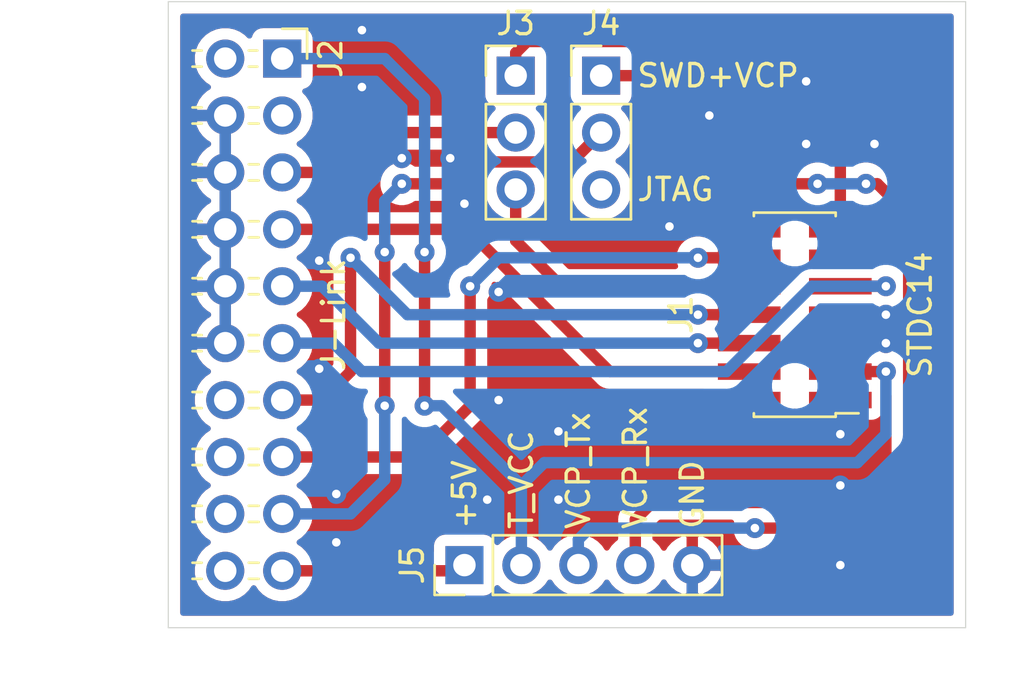
<source format=kicad_pcb>
(kicad_pcb (version 20171130) (host pcbnew 5.1.10-88a1d61d58~90~ubuntu21.04.1)

  (general
    (thickness 1.6)
    (drawings 15)
    (tracks 124)
    (zones 0)
    (modules 5)
    (nets 24)
  )

  (page USLetter)
  (layers
    (0 F.Cu signal)
    (31 B.Cu signal)
    (32 B.Adhes user)
    (33 F.Adhes user)
    (34 B.Paste user)
    (35 F.Paste user)
    (36 B.SilkS user)
    (37 F.SilkS user)
    (38 B.Mask user)
    (39 F.Mask user)
    (40 Dwgs.User user)
    (41 Cmts.User user)
    (42 Eco1.User user)
    (43 Eco2.User user)
    (44 Edge.Cuts user)
    (45 Margin user)
    (46 B.CrtYd user)
    (47 F.CrtYd user)
    (48 B.Fab user hide)
    (49 F.Fab user hide)
  )

  (setup
    (last_trace_width 0.254)
    (user_trace_width 0.127)
    (user_trace_width 0.254)
    (user_trace_width 0.508)
    (user_trace_width 0.762)
    (trace_clearance 0.127)
    (zone_clearance 0.508)
    (zone_45_only no)
    (trace_min 0.0889)
    (via_size 0.6858)
    (via_drill 0.3302)
    (via_min_size 0.45)
    (via_min_drill 0.2)
    (user_via 0.6096 0.3556)
    (user_via 0.8 0.4)
    (user_via 0.889 0.381)
    (uvia_size 0.6858)
    (uvia_drill 0.3302)
    (uvias_allowed no)
    (uvia_min_size 0.2)
    (uvia_min_drill 0.1)
    (edge_width 0.05)
    (segment_width 0.2)
    (pcb_text_width 0.3)
    (pcb_text_size 1.5 1.5)
    (mod_edge_width 0.12)
    (mod_text_size 1 1)
    (mod_text_width 0.15)
    (pad_size 1.524 1.524)
    (pad_drill 0.762)
    (pad_to_mask_clearance 0.05)
    (pad_to_paste_clearance_ratio -0.05)
    (aux_axis_origin 0 0)
    (visible_elements FFFFFF7F)
    (pcbplotparams
      (layerselection 0x010fc_ffffffff)
      (usegerberextensions false)
      (usegerberattributes true)
      (usegerberadvancedattributes true)
      (creategerberjobfile true)
      (excludeedgelayer true)
      (linewidth 0.100000)
      (plotframeref false)
      (viasonmask false)
      (mode 1)
      (useauxorigin false)
      (hpglpennumber 1)
      (hpglpenspeed 20)
      (hpglpendiameter 15.000000)
      (psnegative false)
      (psa4output false)
      (plotreference true)
      (plotvalue true)
      (plotinvisibletext false)
      (padsonsilk false)
      (subtractmaskfromsilk false)
      (outputformat 1)
      (mirror false)
      (drillshape 1)
      (scaleselection 1)
      (outputdirectory ""))
  )

  (net 0 "")
  (net 1 /T_VCP_TX)
  (net 2 /T_VCP_RX)
  (net 3 /~RST)
  (net 4 "Net-(J1-Pad11)")
  (net 5 /T_JTDI_NC)
  (net 6 /JRCLK_NC)
  (net 7 /JTDO_SWO)
  (net 8 GND)
  (net 9 /JCLK_SWCLK)
  (net 10 /JTMS_SWDIO)
  (net 11 /T_VCC)
  (net 12 "Net-(J1-Pad2)")
  (net 13 "Net-(J1-Pad1)")
  (net 14 "Net-(J2-Pad20)")
  (net 15 /V_SUPPLY)
  (net 16 "Net-(J2-Pad18)")
  (net 17 "Net-(J2-Pad16)")
  (net 18 "Net-(J2-Pad14)")
  (net 19 /JTDI_Tx)
  (net 20 "Net-(J2-Pad3)")
  (net 21 "Net-(J2-Pad2)")
  (net 22 /DBGRQ_Rx)
  (net 23 "Net-(J4-Pad3)")

  (net_class Default "This is the default net class."
    (clearance 0.127)
    (trace_width 0.254)
    (via_dia 0.6858)
    (via_drill 0.3302)
    (uvia_dia 0.6858)
    (uvia_drill 0.3302)
    (add_net /DBGRQ_Rx)
    (add_net /JCLK_SWCLK)
    (add_net /JRCLK_NC)
    (add_net /JTDI_Tx)
    (add_net /JTDO_SWO)
    (add_net /JTMS_SWDIO)
    (add_net /T_JTDI_NC)
    (add_net /T_VCC)
    (add_net /T_VCP_RX)
    (add_net /T_VCP_TX)
    (add_net /V_SUPPLY)
    (add_net /~RST)
    (add_net GND)
    (add_net "Net-(J1-Pad1)")
    (add_net "Net-(J1-Pad11)")
    (add_net "Net-(J1-Pad2)")
    (add_net "Net-(J2-Pad14)")
    (add_net "Net-(J2-Pad16)")
    (add_net "Net-(J2-Pad18)")
    (add_net "Net-(J2-Pad2)")
    (add_net "Net-(J2-Pad20)")
    (add_net "Net-(J2-Pad3)")
    (add_net "Net-(J4-Pad3)")
  )

  (module Connector_PinHeader_2.54mm:PinHeader_1x05_P2.54mm_Vertical locked (layer F.Cu) (tedit 59FED5CC) (tstamp 6156FD90)
    (at 85.598 87.376 90)
    (descr "Through hole straight pin header, 1x05, 2.54mm pitch, single row")
    (tags "Through hole pin header THT 1x05 2.54mm single row")
    (path /61585E3E)
    (fp_text reference J5 (at 0 -2.33 90) (layer F.SilkS)
      (effects (font (size 1 1) (thickness 0.15)))
    )
    (fp_text value "Serial Header" (at 0 12.49 90) (layer F.Fab)
      (effects (font (size 1 1) (thickness 0.15)))
    )
    (fp_line (start 1.8 -1.8) (end -1.8 -1.8) (layer F.CrtYd) (width 0.05))
    (fp_line (start 1.8 11.95) (end 1.8 -1.8) (layer F.CrtYd) (width 0.05))
    (fp_line (start -1.8 11.95) (end 1.8 11.95) (layer F.CrtYd) (width 0.05))
    (fp_line (start -1.8 -1.8) (end -1.8 11.95) (layer F.CrtYd) (width 0.05))
    (fp_line (start -1.33 -1.33) (end 0 -1.33) (layer F.SilkS) (width 0.12))
    (fp_line (start -1.33 0) (end -1.33 -1.33) (layer F.SilkS) (width 0.12))
    (fp_line (start -1.33 1.27) (end 1.33 1.27) (layer F.SilkS) (width 0.12))
    (fp_line (start 1.33 1.27) (end 1.33 11.49) (layer F.SilkS) (width 0.12))
    (fp_line (start -1.33 1.27) (end -1.33 11.49) (layer F.SilkS) (width 0.12))
    (fp_line (start -1.33 11.49) (end 1.33 11.49) (layer F.SilkS) (width 0.12))
    (fp_line (start -1.27 -0.635) (end -0.635 -1.27) (layer F.Fab) (width 0.1))
    (fp_line (start -1.27 11.43) (end -1.27 -0.635) (layer F.Fab) (width 0.1))
    (fp_line (start 1.27 11.43) (end -1.27 11.43) (layer F.Fab) (width 0.1))
    (fp_line (start 1.27 -1.27) (end 1.27 11.43) (layer F.Fab) (width 0.1))
    (fp_line (start -0.635 -1.27) (end 1.27 -1.27) (layer F.Fab) (width 0.1))
    (fp_text user %R (at 0 5.08) (layer F.Fab)
      (effects (font (size 1 1) (thickness 0.15)))
    )
    (pad 5 thru_hole oval (at 0 10.16 90) (size 1.7 1.7) (drill 1) (layers *.Cu *.Mask)
      (net 8 GND))
    (pad 4 thru_hole oval (at 0 7.62 90) (size 1.7 1.7) (drill 1) (layers *.Cu *.Mask)
      (net 2 /T_VCP_RX))
    (pad 3 thru_hole oval (at 0 5.08 90) (size 1.7 1.7) (drill 1) (layers *.Cu *.Mask)
      (net 1 /T_VCP_TX))
    (pad 2 thru_hole oval (at 0 2.54 90) (size 1.7 1.7) (drill 1) (layers *.Cu *.Mask)
      (net 11 /T_VCC))
    (pad 1 thru_hole rect (at 0 0 90) (size 1.7 1.7) (drill 1) (layers *.Cu *.Mask)
      (net 15 /V_SUPPLY))
    (model ${KISYS3DMOD}/Connector_PinHeader_2.54mm.3dshapes/PinHeader_1x05_P2.54mm_Vertical.wrl
      (at (xyz 0 0 0))
      (scale (xyz 1 1 1))
      (rotate (xyz 0 0 0))
    )
  )

  (module lib_fp:PinSocket_2x10_P2.54mm_Horizontal_Overhang locked (layer F.Cu) (tedit 61563001) (tstamp 6156369D)
    (at 76.2 76.2)
    (descr "Through hole angled socket strip, 2x10, 2.54mm pitch, 8.51mm socket length, double cols (from Kicad 4.0.7), script generated")
    (tags "Through hole angled socket strip THT 2x10 2.54mm double row")
    (path /6156CD5A)
    (fp_text reference J2 (at 3.429 -11.43 90) (layer F.SilkS)
      (effects (font (size 1 1) (thickness 0.15)))
    )
    (fp_text value J-Link (at 0 14.5) (layer F.Fab)
      (effects (font (size 1 1) (thickness 0.15)))
    )
    (fp_line (start 1.27 -11.73) (end -2.79 -11.73) (layer F.Fab) (width 0.1))
    (fp_line (start -2.79 -11.13) (end 1.27 -11.13) (layer F.Fab) (width 0.1))
    (fp_line (start 1.27 -11.13) (end 1.27 -11.73) (layer F.Fab) (width 0.1))
    (fp_line (start 1.27 -9.19) (end -2.79 -9.19) (layer F.Fab) (width 0.1))
    (fp_line (start -2.79 -8.59) (end 1.27 -8.59) (layer F.Fab) (width 0.1))
    (fp_line (start 1.27 -8.59) (end 1.27 -9.19) (layer F.Fab) (width 0.1))
    (fp_line (start 1.27 -6.65) (end -2.79 -6.65) (layer F.Fab) (width 0.1))
    (fp_line (start -2.79 -6.05) (end 1.27 -6.05) (layer F.Fab) (width 0.1))
    (fp_line (start 1.27 -6.05) (end 1.27 -6.65) (layer F.Fab) (width 0.1))
    (fp_line (start 1.27 -4.11) (end -2.79 -4.11) (layer F.Fab) (width 0.1))
    (fp_line (start -2.79 -3.51) (end 1.27 -3.51) (layer F.Fab) (width 0.1))
    (fp_line (start 1.27 -3.51) (end 1.27 -4.11) (layer F.Fab) (width 0.1))
    (fp_line (start 1.27 -1.57) (end -2.79 -1.57) (layer F.Fab) (width 0.1))
    (fp_line (start -2.79 -0.97) (end 1.27 -0.97) (layer F.Fab) (width 0.1))
    (fp_line (start 1.27 -0.97) (end 1.27 -1.57) (layer F.Fab) (width 0.1))
    (fp_line (start 1.27 0.97) (end -2.79 0.97) (layer F.Fab) (width 0.1))
    (fp_line (start -2.79 1.57) (end 1.27 1.57) (layer F.Fab) (width 0.1))
    (fp_line (start 1.27 1.57) (end 1.27 0.97) (layer F.Fab) (width 0.1))
    (fp_line (start 1.27 3.51) (end -2.79 3.51) (layer F.Fab) (width 0.1))
    (fp_line (start -2.79 4.11) (end 1.27 4.11) (layer F.Fab) (width 0.1))
    (fp_line (start 1.27 4.11) (end 1.27 3.51) (layer F.Fab) (width 0.1))
    (fp_line (start 1.27 6.05) (end -2.79 6.05) (layer F.Fab) (width 0.1))
    (fp_line (start -2.79 6.65) (end 1.27 6.65) (layer F.Fab) (width 0.1))
    (fp_line (start 1.27 6.65) (end 1.27 6.05) (layer F.Fab) (width 0.1))
    (fp_line (start 1.27 8.59) (end -2.79 8.59) (layer F.Fab) (width 0.1))
    (fp_line (start -2.79 9.19) (end 1.27 9.19) (layer F.Fab) (width 0.1))
    (fp_line (start 1.27 9.19) (end 1.27 8.59) (layer F.Fab) (width 0.1))
    (fp_line (start 1.27 11.13) (end -2.79 11.13) (layer F.Fab) (width 0.1))
    (fp_line (start -2.79 11.73) (end 1.27 11.73) (layer F.Fab) (width 0.1))
    (fp_line (start 1.27 11.73) (end 1.27 11.13) (layer F.Fab) (width 0.1))
    (fp_line (start -2.73 -11.79) (end -2.32 -11.79) (layer F.SilkS) (width 0.12))
    (fp_line (start -0.22 -11.79) (end 0.16 -11.79) (layer F.SilkS) (width 0.12))
    (fp_line (start -2.73 -11.07) (end -2.32 -11.07) (layer F.SilkS) (width 0.12))
    (fp_line (start -0.22 -11.07) (end 0.16 -11.07) (layer F.SilkS) (width 0.12))
    (fp_line (start -2.73 -9.25) (end -2.32 -9.25) (layer F.SilkS) (width 0.12))
    (fp_line (start -0.22 -9.25) (end 0.22 -9.25) (layer F.SilkS) (width 0.12))
    (fp_line (start -2.73 -8.53) (end -2.32 -8.53) (layer F.SilkS) (width 0.12))
    (fp_line (start -0.22 -8.53) (end 0.22 -8.53) (layer F.SilkS) (width 0.12))
    (fp_line (start -2.73 -6.71) (end -2.32 -6.71) (layer F.SilkS) (width 0.12))
    (fp_line (start -0.22 -6.71) (end 0.22 -6.71) (layer F.SilkS) (width 0.12))
    (fp_line (start -2.73 -5.99) (end -2.32 -5.99) (layer F.SilkS) (width 0.12))
    (fp_line (start -0.22 -5.99) (end 0.22 -5.99) (layer F.SilkS) (width 0.12))
    (fp_line (start -2.73 -4.17) (end -2.32 -4.17) (layer F.SilkS) (width 0.12))
    (fp_line (start -0.22 -4.17) (end 0.22 -4.17) (layer F.SilkS) (width 0.12))
    (fp_line (start -2.73 -3.45) (end -2.32 -3.45) (layer F.SilkS) (width 0.12))
    (fp_line (start -0.22 -3.45) (end 0.22 -3.45) (layer F.SilkS) (width 0.12))
    (fp_line (start -2.73 -1.63) (end -2.32 -1.63) (layer F.SilkS) (width 0.12))
    (fp_line (start -0.22 -1.63) (end 0.22 -1.63) (layer F.SilkS) (width 0.12))
    (fp_line (start -2.73 -0.91) (end -2.32 -0.91) (layer F.SilkS) (width 0.12))
    (fp_line (start -0.22 -0.91) (end 0.22 -0.91) (layer F.SilkS) (width 0.12))
    (fp_line (start -2.73 0.91) (end -2.32 0.91) (layer F.SilkS) (width 0.12))
    (fp_line (start -0.22 0.91) (end 0.22 0.91) (layer F.SilkS) (width 0.12))
    (fp_line (start -2.73 1.63) (end -2.32 1.63) (layer F.SilkS) (width 0.12))
    (fp_line (start -0.22 1.63) (end 0.22 1.63) (layer F.SilkS) (width 0.12))
    (fp_line (start -2.73 3.45) (end -2.32 3.45) (layer F.SilkS) (width 0.12))
    (fp_line (start -0.22 3.45) (end 0.22 3.45) (layer F.SilkS) (width 0.12))
    (fp_line (start -2.73 4.17) (end -2.32 4.17) (layer F.SilkS) (width 0.12))
    (fp_line (start -0.22 4.17) (end 0.22 4.17) (layer F.SilkS) (width 0.12))
    (fp_line (start -2.73 5.99) (end -2.32 5.99) (layer F.SilkS) (width 0.12))
    (fp_line (start -0.22 5.99) (end 0.22 5.99) (layer F.SilkS) (width 0.12))
    (fp_line (start -2.73 6.71) (end -2.32 6.71) (layer F.SilkS) (width 0.12))
    (fp_line (start -0.22 6.71) (end 0.22 6.71) (layer F.SilkS) (width 0.12))
    (fp_line (start -2.73 8.53) (end -2.32 8.53) (layer F.SilkS) (width 0.12))
    (fp_line (start -0.22 8.53) (end 0.22 8.53) (layer F.SilkS) (width 0.12))
    (fp_line (start -2.73 9.25) (end -2.32 9.25) (layer F.SilkS) (width 0.12))
    (fp_line (start -0.22 9.25) (end 0.22 9.25) (layer F.SilkS) (width 0.12))
    (fp_line (start -2.73 11.07) (end -2.32 11.07) (layer F.SilkS) (width 0.12))
    (fp_line (start -0.22 11.07) (end 0.22 11.07) (layer F.SilkS) (width 0.12))
    (fp_line (start -2.73 11.79) (end -2.32 11.79) (layer F.SilkS) (width 0.12))
    (fp_line (start -0.22 11.79) (end 0.22 11.79) (layer F.SilkS) (width 0.12))
    (fp_line (start 2.38 -12.76) (end 2.38 -11.43) (layer F.SilkS) (width 0.12))
    (fp_line (start 1.27 -12.76) (end 2.38 -12.76) (layer F.SilkS) (width 0.12))
    (fp_line (start 3.07 -13.18) (end -3.07 -13.18) (layer F.CrtYd) (width 0.05))
    (fp_line (start -3.07 -13.18) (end -3.07 13.22) (layer F.CrtYd) (width 0.05))
    (fp_line (start -3.07 13.22) (end 3.07 13.22) (layer F.CrtYd) (width 0.05))
    (fp_line (start 3.07 13.22) (end 3.07 -13.18) (layer F.CrtYd) (width 0.05))
    (fp_text user %R (at 4.1 0 90) (layer F.Fab)
      (effects (font (size 1 1) (thickness 0.15)))
    )
    (pad 20 thru_hole oval (at -1.27 11.43) (size 1.7 1.7) (drill 1) (layers *.Cu *.Mask)
      (net 14 "Net-(J2-Pad20)"))
    (pad 19 thru_hole oval (at 1.27 11.43) (size 1.7 1.7) (drill 1) (layers *.Cu *.Mask)
      (net 15 /V_SUPPLY))
    (pad 18 thru_hole oval (at -1.27 8.89) (size 1.7 1.7) (drill 1) (layers *.Cu *.Mask)
      (net 16 "Net-(J2-Pad18)"))
    (pad 17 thru_hole oval (at 1.27 8.89) (size 1.7 1.7) (drill 1) (layers *.Cu *.Mask)
      (net 22 /DBGRQ_Rx))
    (pad 16 thru_hole oval (at -1.27 6.35) (size 1.7 1.7) (drill 1) (layers *.Cu *.Mask)
      (net 17 "Net-(J2-Pad16)"))
    (pad 15 thru_hole oval (at 1.27 6.35) (size 1.7 1.7) (drill 1) (layers *.Cu *.Mask)
      (net 3 /~RST))
    (pad 14 thru_hole oval (at -1.27 3.81) (size 1.7 1.7) (drill 1) (layers *.Cu *.Mask)
      (net 18 "Net-(J2-Pad14)"))
    (pad 13 thru_hole oval (at 1.27 3.81) (size 1.7 1.7) (drill 1) (layers *.Cu *.Mask)
      (net 7 /JTDO_SWO))
    (pad 12 thru_hole oval (at -1.27 1.27) (size 1.7 1.7) (drill 1) (layers *.Cu *.Mask)
      (net 8 GND))
    (pad 11 thru_hole oval (at 1.27 1.27) (size 1.7 1.7) (drill 1) (layers *.Cu *.Mask)
      (net 6 /JRCLK_NC))
    (pad 10 thru_hole oval (at -1.27 -1.27) (size 1.7 1.7) (drill 1) (layers *.Cu *.Mask)
      (net 8 GND))
    (pad 9 thru_hole oval (at 1.27 -1.27) (size 1.7 1.7) (drill 1) (layers *.Cu *.Mask)
      (net 9 /JCLK_SWCLK))
    (pad 8 thru_hole oval (at -1.27 -3.81) (size 1.7 1.7) (drill 1) (layers *.Cu *.Mask)
      (net 8 GND))
    (pad 7 thru_hole oval (at 1.27 -3.81) (size 1.7 1.7) (drill 1) (layers *.Cu *.Mask)
      (net 10 /JTMS_SWDIO))
    (pad 6 thru_hole oval (at -1.27 -6.35) (size 1.7 1.7) (drill 1) (layers *.Cu *.Mask)
      (net 8 GND))
    (pad 5 thru_hole oval (at 1.27 -6.35) (size 1.7 1.7) (drill 1) (layers *.Cu *.Mask)
      (net 19 /JTDI_Tx))
    (pad 4 thru_hole oval (at -1.27 -8.89) (size 1.7 1.7) (drill 1) (layers *.Cu *.Mask)
      (net 8 GND))
    (pad 3 thru_hole oval (at 1.27 -8.89) (size 1.7 1.7) (drill 1) (layers *.Cu *.Mask)
      (net 20 "Net-(J2-Pad3)"))
    (pad 2 thru_hole oval (at -1.27 -11.43) (size 1.7 1.7) (drill 1) (layers *.Cu *.Mask)
      (net 21 "Net-(J2-Pad2)"))
    (pad 1 thru_hole rect (at 1.27 -11.43) (size 1.7 1.7) (drill 1) (layers *.Cu *.Mask)
      (net 11 /T_VCC))
    (model ${KISYS3DMOD}/Connector_PinSocket_2.54mm.3dshapes/PinSocket_2x10_P2.54mm_Horizontal.wrl
      (offset (xyz 1.27 11.43 0))
      (scale (xyz 1 1 1))
      (rotate (xyz 0 0 0))
    )
  )

  (module Connector_PinHeader_2.54mm:PinHeader_1x03_P2.54mm_Vertical (layer F.Cu) (tedit 59FED5CC) (tstamp 61563239)
    (at 91.694 65.532)
    (descr "Through hole straight pin header, 1x03, 2.54mm pitch, single row")
    (tags "Through hole pin header THT 1x03 2.54mm single row")
    (path /61563632)
    (fp_text reference J4 (at 0 -2.33) (layer F.SilkS)
      (effects (font (size 1 1) (thickness 0.15)))
    )
    (fp_text value "Mode Jumper" (at 0 7.41) (layer F.Fab)
      (effects (font (size 1 1) (thickness 0.15)))
    )
    (fp_line (start 1.8 -1.8) (end -1.8 -1.8) (layer F.CrtYd) (width 0.05))
    (fp_line (start 1.8 6.85) (end 1.8 -1.8) (layer F.CrtYd) (width 0.05))
    (fp_line (start -1.8 6.85) (end 1.8 6.85) (layer F.CrtYd) (width 0.05))
    (fp_line (start -1.8 -1.8) (end -1.8 6.85) (layer F.CrtYd) (width 0.05))
    (fp_line (start -1.33 -1.33) (end 0 -1.33) (layer F.SilkS) (width 0.12))
    (fp_line (start -1.33 0) (end -1.33 -1.33) (layer F.SilkS) (width 0.12))
    (fp_line (start -1.33 1.27) (end 1.33 1.27) (layer F.SilkS) (width 0.12))
    (fp_line (start 1.33 1.27) (end 1.33 6.41) (layer F.SilkS) (width 0.12))
    (fp_line (start -1.33 1.27) (end -1.33 6.41) (layer F.SilkS) (width 0.12))
    (fp_line (start -1.33 6.41) (end 1.33 6.41) (layer F.SilkS) (width 0.12))
    (fp_line (start -1.27 -0.635) (end -0.635 -1.27) (layer F.Fab) (width 0.1))
    (fp_line (start -1.27 6.35) (end -1.27 -0.635) (layer F.Fab) (width 0.1))
    (fp_line (start 1.27 6.35) (end -1.27 6.35) (layer F.Fab) (width 0.1))
    (fp_line (start 1.27 -1.27) (end 1.27 6.35) (layer F.Fab) (width 0.1))
    (fp_line (start -0.635 -1.27) (end 1.27 -1.27) (layer F.Fab) (width 0.1))
    (fp_text user %R (at 0 2.54 90) (layer F.Fab)
      (effects (font (size 1 1) (thickness 0.15)))
    )
    (pad 3 thru_hole oval (at 0 5.08) (size 1.7 1.7) (drill 1) (layers *.Cu *.Mask)
      (net 23 "Net-(J4-Pad3)"))
    (pad 2 thru_hole oval (at 0 2.54) (size 1.7 1.7) (drill 1) (layers *.Cu *.Mask)
      (net 22 /DBGRQ_Rx))
    (pad 1 thru_hole rect (at 0 0) (size 1.7 1.7) (drill 1) (layers *.Cu *.Mask)
      (net 1 /T_VCP_TX))
    (model ${KISYS3DMOD}/Connector_PinHeader_2.54mm.3dshapes/PinHeader_1x03_P2.54mm_Vertical.wrl
      (at (xyz 0 0 0))
      (scale (xyz 1 1 1))
      (rotate (xyz 0 0 0))
    )
  )

  (module Connector_PinHeader_2.54mm:PinHeader_1x03_P2.54mm_Vertical (layer F.Cu) (tedit 59FED5CC) (tstamp 6155A28E)
    (at 87.884 65.532)
    (descr "Through hole straight pin header, 1x03, 2.54mm pitch, single row")
    (tags "Through hole pin header THT 1x03 2.54mm single row")
    (path /6157BADB)
    (fp_text reference J3 (at 0 -2.33) (layer F.SilkS)
      (effects (font (size 1 1) (thickness 0.15)))
    )
    (fp_text value "Mode Jumper" (at 0 7.41) (layer F.Fab)
      (effects (font (size 1 1) (thickness 0.15)))
    )
    (fp_line (start -0.635 -1.27) (end 1.27 -1.27) (layer F.Fab) (width 0.1))
    (fp_line (start 1.27 -1.27) (end 1.27 6.35) (layer F.Fab) (width 0.1))
    (fp_line (start 1.27 6.35) (end -1.27 6.35) (layer F.Fab) (width 0.1))
    (fp_line (start -1.27 6.35) (end -1.27 -0.635) (layer F.Fab) (width 0.1))
    (fp_line (start -1.27 -0.635) (end -0.635 -1.27) (layer F.Fab) (width 0.1))
    (fp_line (start -1.33 6.41) (end 1.33 6.41) (layer F.SilkS) (width 0.12))
    (fp_line (start -1.33 1.27) (end -1.33 6.41) (layer F.SilkS) (width 0.12))
    (fp_line (start 1.33 1.27) (end 1.33 6.41) (layer F.SilkS) (width 0.12))
    (fp_line (start -1.33 1.27) (end 1.33 1.27) (layer F.SilkS) (width 0.12))
    (fp_line (start -1.33 0) (end -1.33 -1.33) (layer F.SilkS) (width 0.12))
    (fp_line (start -1.33 -1.33) (end 0 -1.33) (layer F.SilkS) (width 0.12))
    (fp_line (start -1.8 -1.8) (end -1.8 6.85) (layer F.CrtYd) (width 0.05))
    (fp_line (start -1.8 6.85) (end 1.8 6.85) (layer F.CrtYd) (width 0.05))
    (fp_line (start 1.8 6.85) (end 1.8 -1.8) (layer F.CrtYd) (width 0.05))
    (fp_line (start 1.8 -1.8) (end -1.8 -1.8) (layer F.CrtYd) (width 0.05))
    (fp_text user %R (at 0 2.54 -270) (layer F.Fab)
      (effects (font (size 1 1) (thickness 0.15)))
    )
    (pad 3 thru_hole oval (at 0 5.08) (size 1.7 1.7) (drill 1) (layers *.Cu *.Mask)
      (net 5 /T_JTDI_NC))
    (pad 2 thru_hole oval (at 0 2.54) (size 1.7 1.7) (drill 1) (layers *.Cu *.Mask)
      (net 19 /JTDI_Tx))
    (pad 1 thru_hole rect (at 0 0) (size 1.7 1.7) (drill 1) (layers *.Cu *.Mask)
      (net 2 /T_VCP_RX))
    (model ${KISYS3DMOD}/Connector_PinHeader_2.54mm.3dshapes/PinHeader_1x03_P2.54mm_Vertical.wrl
      (at (xyz 0 0 0))
      (scale (xyz 1 1 1))
      (rotate (xyz 0 0 0))
    )
  )

  (module lib_fp:Samtec_FTSH-107-01-L-DV-K-A_2x07_P1.27mm locked (layer F.Cu) (tedit 61554151) (tstamp 6155A578)
    (at 100.33 76.2 90)
    (descr "Samtec FTSH .050\" SMT Micro Header, FTSH-1XX-XX-XXX-DV-XXX-XXX (http://suddendocs.samtec.com/prints/ftsh-1xx-xx-xxx-dv-xxx-footprint.pdf)")
    (tags "connector Samtec HLE top entry")
    (path /615546ED)
    (attr smd)
    (fp_text reference J1 (at 0 -5.08 90) (layer F.SilkS)
      (effects (font (size 1 1) (thickness 0.15)))
    )
    (fp_text value STDC14 (at 0 5.08 90) (layer F.Fab)
      (effects (font (size 1 1) (thickness 0.15)))
    )
    (fp_line (start -4.445 -1.7145) (end 4.445 -1.7145) (layer F.Fab) (width 0.1))
    (fp_line (start 4.445 -1.7145) (end 4.445 1.7145) (layer F.Fab) (width 0.1))
    (fp_line (start 4.445 1.7145) (end -4.445 1.7145) (layer F.Fab) (width 0.1))
    (fp_line (start -4.445 1.7145) (end -4.445 -1.7145) (layer F.Fab) (width 0.1))
    (fp_line (start -4.4 1.8245) (end -4.4 2.8445) (layer F.SilkS) (width 0.12))
    (fp_line (start -4.4 1.8245) (end -4.555 1.8245) (layer F.SilkS) (width 0.12))
    (fp_line (start -4.555 -1.8245) (end -4.555 1.8245) (layer F.SilkS) (width 0.12))
    (fp_line (start -4.555 -1.8245) (end -4.4 -1.8245) (layer F.SilkS) (width 0.12))
    (fp_line (start 4.4 -1.8245) (end 4.555 -1.8245) (layer F.SilkS) (width 0.12))
    (fp_line (start 4.555 -1.8245) (end 4.555 1.8245) (layer F.SilkS) (width 0.12))
    (fp_line (start 4.555 1.8245) (end 4.4 1.8245) (layer F.SilkS) (width 0.12))
    (fp_line (start -5.08 -3.81) (end 5.08 -3.81) (layer F.CrtYd) (width 0.05))
    (fp_line (start 5.08 -3.81) (end 5.08 3.81) (layer F.CrtYd) (width 0.05))
    (fp_line (start 5.08 3.81) (end -5.08 3.81) (layer F.CrtYd) (width 0.05))
    (fp_line (start -5.08 3.81) (end -5.08 -3.81) (layer F.CrtYd) (width 0.05))
    (fp_text user %R (at 0 0 90) (layer F.Fab)
      (effects (font (size 1 1) (thickness 0.15)))
    )
    (pad 14 smd rect (at 3.81 -2.032 90) (size 0.7366 2.794) (layers F.Cu F.Paste F.Mask)
      (net 1 /T_VCP_TX))
    (pad 13 smd rect (at 3.81 2.032 90) (size 0.7366 2.794) (layers F.Cu F.Paste F.Mask)
      (net 2 /T_VCP_RX))
    (pad 12 smd rect (at 2.54 -2.032 90) (size 0.7366 2.794) (layers F.Cu F.Paste F.Mask)
      (net 3 /~RST))
    (pad 11 smd rect (at 2.54 2.032 90) (size 0.7366 2.794) (layers F.Cu F.Paste F.Mask)
      (net 4 "Net-(J1-Pad11)"))
    (pad 10 smd rect (at 1.27 -2.032 90) (size 0.7366 2.794) (layers F.Cu F.Paste F.Mask)
      (net 5 /T_JTDI_NC))
    (pad 9 smd rect (at 1.27 2.032 90) (size 0.7366 2.794) (layers F.Cu F.Paste F.Mask)
      (net 6 /JRCLK_NC))
    (pad 8 smd rect (at 0 -2.032 90) (size 0.7366 2.794) (layers F.Cu F.Paste F.Mask)
      (net 7 /JTDO_SWO))
    (pad 7 smd rect (at 0 2.032 90) (size 0.7366 2.794) (layers F.Cu F.Paste F.Mask)
      (net 8 GND))
    (pad 6 smd rect (at -1.27 -2.032 90) (size 0.7366 2.794) (layers F.Cu F.Paste F.Mask)
      (net 9 /JCLK_SWCLK))
    (pad 5 smd rect (at -1.27 2.032 90) (size 0.7366 2.794) (layers F.Cu F.Paste F.Mask)
      (net 8 GND))
    (pad 4 smd rect (at -2.54 -2.032 90) (size 0.7366 2.794) (layers F.Cu F.Paste F.Mask)
      (net 10 /JTMS_SWDIO))
    (pad 3 smd rect (at -2.54 2.032 90) (size 0.7366 2.794) (layers F.Cu F.Paste F.Mask)
      (net 11 /T_VCC))
    (pad 2 smd rect (at -3.81 -2.032 90) (size 0.7366 2.794) (layers F.Cu F.Paste F.Mask)
      (net 12 "Net-(J1-Pad2)"))
    (pad 1 smd rect (at -3.81 2.032 90) (size 0.7366 2.794) (layers F.Cu F.Paste F.Mask)
      (net 13 "Net-(J1-Pad1)"))
    (pad "" np_thru_hole circle (at 3.175 0 90) (size 1.016 1.016) (drill 1.016) (layers *.Cu *.Mask))
    (pad "" np_thru_hole circle (at -3.175 0 90) (size 1.016 1.016) (drill 1.016) (layers *.Cu *.Mask))
    (model ${KIPRJMOD}/modules/packages3d/lib_fp.3dshapes/FTSH-107-01-L-DV-K-A.step
      (at (xyz 0 0 0))
      (scale (xyz 1 1 1))
      (rotate (xyz -90 0 0))
    )
  )

  (gr_text GND (at 95.758 85.852 90) (layer F.SilkS) (tstamp 61570E68)
    (effects (font (size 1 1) (thickness 0.15)) (justify left))
  )
  (gr_text VCP_Rx (at 93.218 85.852 90) (layer F.SilkS) (tstamp 61570DEB)
    (effects (font (size 1 1) (thickness 0.15)) (justify left))
  )
  (gr_text VCP_Tx (at 90.678 85.852 90) (layer F.SilkS) (tstamp 61570DE7)
    (effects (font (size 1 1) (thickness 0.15)) (justify left))
  )
  (gr_text T_VCC (at 88.138 85.852 90) (layer F.SilkS)
    (effects (font (size 1 1) (thickness 0.15)) (justify left))
  )
  (gr_text +5V (at 85.598 85.852 90) (layer F.SilkS)
    (effects (font (size 1 1) (thickness 0.15)) (justify left))
  )
  (gr_text JTAG (at 93.218 70.612) (layer F.SilkS)
    (effects (font (size 1 1) (thickness 0.15)) (justify left))
  )
  (gr_text SWD+VCP (at 93.218 65.532) (layer F.SilkS)
    (effects (font (size 1 1) (thickness 0.15)) (justify left))
  )
  (gr_text STDC14 (at 105.918 76.2 90) (layer F.SilkS)
    (effects (font (size 1 1) (thickness 0.15)))
  )
  (gr_text J-Link (at 79.756 76.2 90) (layer F.SilkS)
    (effects (font (size 1 1) (thickness 0.15)))
  )
  (dimension 38.1 (width 0.15) (layer Cmts.User)
    (gr_text "38.100 mm" (at 91.44 94.009999) (layer Cmts.User)
      (effects (font (size 1 1) (thickness 0.15)))
    )
    (feature1 (pts (xy 110.49 91.44) (xy 110.49 93.29642)))
    (feature2 (pts (xy 72.39 91.44) (xy 72.39 93.29642)))
    (crossbar (pts (xy 72.39 92.709999) (xy 110.49 92.709999)))
    (arrow1a (pts (xy 110.49 92.709999) (xy 109.363496 93.29642)))
    (arrow1b (pts (xy 110.49 92.709999) (xy 109.363496 92.123578)))
    (arrow2a (pts (xy 72.39 92.709999) (xy 73.516504 93.29642)))
    (arrow2b (pts (xy 72.39 92.709999) (xy 73.516504 92.123578)))
  )
  (dimension 27.94 (width 0.15) (layer Cmts.User)
    (gr_text "27.940 mm" (at 68.550001 76.2 270) (layer Cmts.User)
      (effects (font (size 1 1) (thickness 0.15)))
    )
    (feature1 (pts (xy 71.12 90.17) (xy 69.26358 90.17)))
    (feature2 (pts (xy 71.12 62.23) (xy 69.26358 62.23)))
    (crossbar (pts (xy 69.850001 62.23) (xy 69.850001 90.17)))
    (arrow1a (pts (xy 69.850001 90.17) (xy 69.26358 89.043496)))
    (arrow1b (pts (xy 69.850001 90.17) (xy 70.436422 89.043496)))
    (arrow2a (pts (xy 69.850001 62.23) (xy 69.26358 63.356504)))
    (arrow2b (pts (xy 69.850001 62.23) (xy 70.436422 63.356504)))
  )
  (gr_line (start 107.95 90.17) (end 72.39 90.17) (layer Edge.Cuts) (width 0.05) (tstamp 6156FBB3))
  (gr_line (start 107.95 62.23) (end 107.95 90.17) (layer Edge.Cuts) (width 0.05))
  (gr_line (start 72.39 62.23) (end 107.95 62.23) (layer Edge.Cuts) (width 0.05))
  (gr_line (start 72.39 62.23) (end 72.39 90.17) (layer Edge.Cuts) (width 0.05))

  (segment (start 98.298 70.612) (end 98.298 72.39) (width 0.508) (layer F.Cu) (net 1) (tstamp 6156FF1E) (status 20))
  (segment (start 97.282 65.532) (end 98.298 66.548) (width 0.508) (layer F.Cu) (net 1))
  (segment (start 97.282 65.532) (end 91.694 65.532) (width 0.508) (layer F.Cu) (net 1) (status 20))
  (via (at 101.346 70.358) (size 0.889) (drill 0.381) (layers F.Cu B.Cu) (net 1))
  (segment (start 98.298 70.358) (end 101.346 70.358) (width 0.508) (layer F.Cu) (net 1))
  (segment (start 98.298 66.548) (end 98.298 70.358) (width 0.508) (layer F.Cu) (net 1))
  (segment (start 98.298 70.358) (end 98.298 70.612) (width 0.508) (layer F.Cu) (net 1))
  (via (at 103.505 70.358) (size 0.889) (drill 0.381) (layers F.Cu B.Cu) (net 1))
  (segment (start 101.346 70.358) (end 103.505 70.358) (width 0.508) (layer B.Cu) (net 1))
  (segment (start 103.505 70.358) (end 104.013 70.358) (width 0.508) (layer F.Cu) (net 1))
  (segment (start 104.013 70.358) (end 106.172 72.517) (width 0.508) (layer F.Cu) (net 1))
  (segment (start 106.172 72.517) (end 106.172 83.312) (width 0.508) (layer F.Cu) (net 1))
  (via (at 98.552 85.725) (size 0.889) (drill 0.381) (layers F.Cu B.Cu) (net 1))
  (segment (start 103.759 85.725) (end 98.552 85.725) (width 0.508) (layer F.Cu) (net 1))
  (segment (start 106.172 83.312) (end 103.759 85.725) (width 0.508) (layer F.Cu) (net 1))
  (segment (start 91.186 85.725) (end 90.678 86.233) (width 0.508) (layer B.Cu) (net 1))
  (segment (start 90.678 86.233) (end 90.678 87.376) (width 0.508) (layer B.Cu) (net 1))
  (segment (start 98.552 85.725) (end 91.186 85.725) (width 0.508) (layer B.Cu) (net 1))
  (segment (start 102.362 72.39) (end 104.648 72.39) (width 0.508) (layer F.Cu) (net 2) (status 10))
  (segment (start 104.648 72.39) (end 105.41 73.152) (width 0.508) (layer F.Cu) (net 2))
  (segment (start 105.41 73.152) (end 105.41 82.804) (width 0.508) (layer F.Cu) (net 2))
  (segment (start 105.41 82.804) (end 103.632 84.582) (width 0.508) (layer F.Cu) (net 2))
  (segment (start 102.362 65.278) (end 102.362 72.39) (width 0.508) (layer F.Cu) (net 2) (status 20))
  (segment (start 88.392 64.008) (end 101.092 64.008) (width 0.508) (layer F.Cu) (net 2))
  (segment (start 101.092 64.008) (end 102.362 65.278) (width 0.508) (layer F.Cu) (net 2))
  (segment (start 87.884 64.516) (end 88.392 64.008) (width 0.508) (layer F.Cu) (net 2))
  (segment (start 87.884 65.532) (end 87.884 64.516) (width 0.508) (layer F.Cu) (net 2) (status 10))
  (segment (start 103.632 84.582) (end 93.98 84.582) (width 0.508) (layer F.Cu) (net 2))
  (segment (start 93.218 85.344) (end 93.218 87.376) (width 0.508) (layer F.Cu) (net 2))
  (segment (start 93.98 84.582) (end 93.218 85.344) (width 0.508) (layer F.Cu) (net 2))
  (via (at 96.012 73.66) (size 0.889) (drill 0.381) (layers F.Cu B.Cu) (net 3))
  (segment (start 96.012 73.66) (end 98.298 73.66) (width 0.508) (layer F.Cu) (net 3) (status 20))
  (segment (start 87.122 73.66) (end 85.852 74.93) (width 0.508) (layer B.Cu) (net 3))
  (segment (start 96.012 73.66) (end 87.122 73.66) (width 0.508) (layer B.Cu) (net 3))
  (segment (start 85.852 80.264) (end 85.852 74.93) (width 0.508) (layer F.Cu) (net 3))
  (segment (start 83.566 82.55) (end 85.852 80.264) (width 0.508) (layer F.Cu) (net 3))
  (segment (start 77.47 82.55) (end 83.566 82.55) (width 0.508) (layer F.Cu) (net 3) (status 10))
  (via (at 85.852 74.93) (size 0.889) (drill 0.381) (layers F.Cu B.Cu) (net 3))
  (segment (start 89.916 74.93) (end 98.298 74.93) (width 0.508) (layer F.Cu) (net 5) (status 20))
  (segment (start 87.884 72.898) (end 89.916 74.93) (width 0.508) (layer F.Cu) (net 5))
  (segment (start 87.884 72.898) (end 87.884 70.612) (width 0.508) (layer F.Cu) (net 5) (status 20))
  (via (at 104.394 74.93) (size 0.889) (drill 0.381) (layers F.Cu B.Cu) (net 6))
  (segment (start 104.394 74.93) (end 102.362 74.93) (width 0.508) (layer F.Cu) (net 6) (status 20))
  (segment (start 101.092 74.93) (end 104.394 74.93) (width 0.508) (layer B.Cu) (net 6))
  (segment (start 97.282 78.74) (end 101.092 74.93) (width 0.508) (layer B.Cu) (net 6))
  (segment (start 79.756 77.47) (end 81.026 78.74) (width 0.508) (layer B.Cu) (net 6))
  (segment (start 81.026 78.74) (end 97.282 78.74) (width 0.508) (layer B.Cu) (net 6))
  (segment (start 77.47 77.47) (end 79.756 77.47) (width 0.508) (layer B.Cu) (net 6))
  (segment (start 77.47 80.01) (end 79.248 80.01) (width 0.508) (layer F.Cu) (net 7) (status 10))
  (via (at 80.518 73.66) (size 0.889) (drill 0.381) (layers F.Cu B.Cu) (net 7))
  (segment (start 80.518 78.74) (end 80.518 73.66) (width 0.508) (layer F.Cu) (net 7))
  (segment (start 79.248 80.01) (end 80.518 78.74) (width 0.508) (layer F.Cu) (net 7))
  (via (at 96.012 76.2) (size 0.889) (drill 0.381) (layers F.Cu B.Cu) (net 7))
  (segment (start 96.012 76.2) (end 98.298 76.2) (width 0.508) (layer F.Cu) (net 7) (status 20))
  (segment (start 83.058 76.2) (end 96.012 76.2) (width 0.508) (layer B.Cu) (net 7))
  (segment (start 80.518 73.66) (end 83.058 76.2) (width 0.508) (layer B.Cu) (net 7))
  (via (at 79.883 84.201) (size 0.889) (drill 0.381) (layers F.Cu B.Cu) (net 8))
  (via (at 104.394 77.47) (size 0.889) (drill 0.381) (layers F.Cu B.Cu) (net 8))
  (segment (start 102.362 77.47) (end 104.394 77.47) (width 0.508) (layer F.Cu) (net 8) (status 10))
  (via (at 104.394 76.2) (size 0.889) (drill 0.381) (layers F.Cu B.Cu) (net 8))
  (segment (start 102.362 76.2) (end 104.394 76.2) (width 0.508) (layer F.Cu) (net 8) (status 10))
  (via (at 84.963 69.215) (size 0.889) (drill 0.381) (layers F.Cu B.Cu) (net 8))
  (via (at 82.804 69.215) (size 0.889) (drill 0.381) (layers F.Cu B.Cu) (net 8))
  (via (at 81.026 66.04) (size 0.889) (drill 0.381) (layers F.Cu B.Cu) (net 8))
  (via (at 81.026 63.5) (size 0.889) (drill 0.381) (layers F.Cu B.Cu) (net 8))
  (via (at 79.883 86.36) (size 0.889) (drill 0.381) (layers F.Cu B.Cu) (net 8))
  (via (at 79.121 78.613) (size 0.889) (drill 0.381) (layers F.Cu B.Cu) (net 8))
  (via (at 79.121 73.787) (size 0.889) (drill 0.381) (layers F.Cu B.Cu) (net 8))
  (segment (start 79.121 73.787) (end 79.121 78.613) (width 0.508) (layer F.Cu) (net 8))
  (via (at 89.789 84.455) (size 0.889) (drill 0.381) (layers F.Cu B.Cu) (net 8))
  (via (at 89.789 81.407) (size 0.889) (drill 0.381) (layers F.Cu B.Cu) (net 8))
  (via (at 86.614 84.455) (size 0.889) (drill 0.381) (layers F.Cu B.Cu) (net 8))
  (via (at 102.362 83.82) (size 0.889) (drill 0.381) (layers F.Cu B.Cu) (net 8))
  (via (at 102.362 81.534) (size 0.889) (drill 0.381) (layers F.Cu B.Cu) (net 8))
  (via (at 87.122 80.01) (size 0.889) (drill 0.381) (layers F.Cu B.Cu) (net 8))
  (via (at 87.122 75.184) (size 0.889) (drill 0.381) (layers F.Cu B.Cu) (net 8))
  (via (at 85.598 71.247) (size 0.889) (drill 0.381) (layers F.Cu B.Cu) (net 8))
  (via (at 94.742 72.263) (size 0.889) (drill 0.381) (layers F.Cu B.Cu) (net 8))
  (via (at 96.52 67.31) (size 0.889) (drill 0.381) (layers F.Cu B.Cu) (net 8))
  (via (at 100.838 65.786) (size 0.889) (drill 0.381) (layers F.Cu B.Cu) (net 8))
  (via (at 100.838 68.58) (size 0.889) (drill 0.381) (layers F.Cu B.Cu) (net 8))
  (via (at 103.886 68.58) (size 0.889) (drill 0.381) (layers F.Cu B.Cu) (net 8))
  (via (at 102.362 87.376) (size 0.889) (drill 0.381) (layers F.Cu B.Cu) (net 8))
  (via (at 96.012 77.47) (size 0.889) (drill 0.381) (layers F.Cu B.Cu) (net 9))
  (segment (start 96.012 77.47) (end 98.298 77.47) (width 0.508) (layer F.Cu) (net 9) (status 20))
  (segment (start 81.788 77.47) (end 96.012 77.47) (width 0.508) (layer B.Cu) (net 9))
  (segment (start 79.248 74.93) (end 81.788 77.47) (width 0.508) (layer B.Cu) (net 9))
  (segment (start 77.47 74.93) (end 79.248 74.93) (width 0.508) (layer B.Cu) (net 9) (status 10))
  (segment (start 92.075 78.74) (end 98.298 78.74) (width 0.508) (layer F.Cu) (net 10))
  (segment (start 85.725 72.39) (end 92.075 78.74) (width 0.508) (layer F.Cu) (net 10))
  (segment (start 77.47 72.39) (end 85.725 72.39) (width 0.508) (layer F.Cu) (net 10))
  (via (at 104.394 78.74) (size 0.889) (drill 0.381) (layers F.Cu B.Cu) (net 11))
  (segment (start 102.362 78.74) (end 104.394 78.74) (width 0.508) (layer F.Cu) (net 11) (status 10))
  (via (at 83.82 80.264) (size 0.889) (drill 0.381) (layers F.Cu B.Cu) (net 11))
  (via (at 83.82 73.406) (size 0.889) (drill 0.381) (layers F.Cu B.Cu) (net 11))
  (segment (start 83.82 80.264) (end 83.82 73.406) (width 0.508) (layer F.Cu) (net 11))
  (segment (start 83.82 73.406) (end 83.82 66.548) (width 0.508) (layer B.Cu) (net 11))
  (segment (start 82.042 64.77) (end 77.47 64.77) (width 0.508) (layer B.Cu) (net 11) (status 20))
  (segment (start 83.82 66.548) (end 82.042 64.77) (width 0.508) (layer B.Cu) (net 11))
  (segment (start 83.82 80.264) (end 84.582 80.264) (width 0.508) (layer B.Cu) (net 11))
  (segment (start 88.138 83.82) (end 88.138 87.376) (width 0.508) (layer B.Cu) (net 11))
  (segment (start 84.582 80.264) (end 88.138 83.82) (width 0.508) (layer B.Cu) (net 11))
  (segment (start 104.394 81.534) (end 104.394 78.74) (width 0.508) (layer B.Cu) (net 11))
  (segment (start 103.124 82.804) (end 104.394 81.534) (width 0.508) (layer B.Cu) (net 11))
  (segment (start 89.154 82.804) (end 103.124 82.804) (width 0.508) (layer B.Cu) (net 11))
  (segment (start 88.138 83.82) (end 89.154 82.804) (width 0.508) (layer B.Cu) (net 11))
  (segment (start 85.344 87.63) (end 85.598 87.376) (width 0.508) (layer F.Cu) (net 15) (status 30))
  (segment (start 77.47 87.63) (end 85.344 87.63) (width 0.508) (layer F.Cu) (net 15) (status 30))
  (segment (start 77.47 69.85) (end 80.264 69.85) (width 0.508) (layer F.Cu) (net 19) (status 10))
  (segment (start 82.042 68.072) (end 87.884 68.072) (width 0.508) (layer F.Cu) (net 19) (status 20))
  (segment (start 80.264 69.85) (end 82.042 68.072) (width 0.508) (layer F.Cu) (net 19))
  (segment (start 77.47 85.09) (end 80.518 85.09) (width 0.508) (layer B.Cu) (net 22) (status 10))
  (segment (start 82.042 73.406) (end 82.042 71.12) (width 0.508) (layer B.Cu) (net 22))
  (segment (start 82.042 71.12) (end 82.804 70.358) (width 0.508) (layer B.Cu) (net 22))
  (via (at 82.804 70.358) (size 0.889) (drill 0.381) (layers F.Cu B.Cu) (net 22))
  (segment (start 82.042 80.264) (end 82.042 73.406) (width 0.508) (layer F.Cu) (net 22))
  (via (at 82.042 73.406) (size 0.889) (drill 0.381) (layers F.Cu B.Cu) (net 22))
  (segment (start 80.518 85.09) (end 82.042 83.566) (width 0.508) (layer B.Cu) (net 22))
  (via (at 82.042 80.264) (size 0.889) (drill 0.381) (layers F.Cu B.Cu) (net 22))
  (segment (start 82.042 83.566) (end 82.042 80.264) (width 0.508) (layer B.Cu) (net 22))
  (segment (start 86.321001 69.380999) (end 90.385001 69.380999) (width 0.508) (layer F.Cu) (net 22))
  (segment (start 85.344 70.358) (end 86.321001 69.380999) (width 0.508) (layer F.Cu) (net 22))
  (segment (start 90.385001 69.380999) (end 91.694 68.072) (width 0.508) (layer F.Cu) (net 22))
  (segment (start 82.804 70.358) (end 85.344 70.358) (width 0.508) (layer F.Cu) (net 22))

  (zone (net 8) (net_name GND) (layer B.Cu) (tstamp 0) (hatch edge 0.508)
    (connect_pads (clearance 0.508))
    (min_thickness 0.254)
    (fill yes (arc_segments 32) (thermal_gap 0.508) (thermal_bridge_width 0.508))
    (polygon
      (pts
        (xy 107.95 90.17) (xy 72.39 90.17) (xy 72.39 62.23) (xy 107.95 62.23)
      )
    )
    (filled_polygon
      (pts
        (xy 107.290001 89.51) (xy 73.05 89.51) (xy 73.05 75.28689) (xy 73.488524 75.28689) (xy 73.533175 75.434099)
        (xy 73.658359 75.69692) (xy 73.832412 75.930269) (xy 74.048645 76.125178) (xy 74.174255 76.2) (xy 74.048645 76.274822)
        (xy 73.832412 76.469731) (xy 73.658359 76.70308) (xy 73.533175 76.965901) (xy 73.488524 77.11311) (xy 73.609845 77.343)
        (xy 74.803 77.343) (xy 74.803 75.057) (xy 73.609845 75.057) (xy 73.488524 75.28689) (xy 73.05 75.28689)
        (xy 73.05 72.74689) (xy 73.488524 72.74689) (xy 73.533175 72.894099) (xy 73.658359 73.15692) (xy 73.832412 73.390269)
        (xy 74.048645 73.585178) (xy 74.174255 73.66) (xy 74.048645 73.734822) (xy 73.832412 73.929731) (xy 73.658359 74.16308)
        (xy 73.533175 74.425901) (xy 73.488524 74.57311) (xy 73.609845 74.803) (xy 74.803 74.803) (xy 74.803 72.517)
        (xy 73.609845 72.517) (xy 73.488524 72.74689) (xy 73.05 72.74689) (xy 73.05 70.20689) (xy 73.488524 70.20689)
        (xy 73.533175 70.354099) (xy 73.658359 70.61692) (xy 73.832412 70.850269) (xy 74.048645 71.045178) (xy 74.174255 71.12)
        (xy 74.048645 71.194822) (xy 73.832412 71.389731) (xy 73.658359 71.62308) (xy 73.533175 71.885901) (xy 73.488524 72.03311)
        (xy 73.609845 72.263) (xy 74.803 72.263) (xy 74.803 69.977) (xy 73.609845 69.977) (xy 73.488524 70.20689)
        (xy 73.05 70.20689) (xy 73.05 67.66689) (xy 73.488524 67.66689) (xy 73.533175 67.814099) (xy 73.658359 68.07692)
        (xy 73.832412 68.310269) (xy 74.048645 68.505178) (xy 74.174255 68.58) (xy 74.048645 68.654822) (xy 73.832412 68.849731)
        (xy 73.658359 69.08308) (xy 73.533175 69.345901) (xy 73.488524 69.49311) (xy 73.609845 69.723) (xy 74.803 69.723)
        (xy 74.803 67.437) (xy 73.609845 67.437) (xy 73.488524 67.66689) (xy 73.05 67.66689) (xy 73.05 64.62374)
        (xy 73.445 64.62374) (xy 73.445 64.91626) (xy 73.502068 65.203158) (xy 73.61401 65.473411) (xy 73.776525 65.716632)
        (xy 73.983368 65.923475) (xy 74.165534 66.045195) (xy 74.048645 66.114822) (xy 73.832412 66.309731) (xy 73.658359 66.54308)
        (xy 73.533175 66.805901) (xy 73.488524 66.95311) (xy 73.609845 67.183) (xy 74.803 67.183) (xy 74.803 67.163)
        (xy 75.057 67.163) (xy 75.057 67.183) (xy 75.077 67.183) (xy 75.077 67.437) (xy 75.057 67.437)
        (xy 75.057 69.723) (xy 75.077 69.723) (xy 75.077 69.977) (xy 75.057 69.977) (xy 75.057 72.263)
        (xy 75.077 72.263) (xy 75.077 72.517) (xy 75.057 72.517) (xy 75.057 74.803) (xy 75.077 74.803)
        (xy 75.077 75.057) (xy 75.057 75.057) (xy 75.057 77.343) (xy 75.077 77.343) (xy 75.077 77.597)
        (xy 75.057 77.597) (xy 75.057 77.617) (xy 74.803 77.617) (xy 74.803 77.597) (xy 73.609845 77.597)
        (xy 73.488524 77.82689) (xy 73.533175 77.974099) (xy 73.658359 78.23692) (xy 73.832412 78.470269) (xy 74.048645 78.665178)
        (xy 74.165534 78.734805) (xy 73.983368 78.856525) (xy 73.776525 79.063368) (xy 73.61401 79.306589) (xy 73.502068 79.576842)
        (xy 73.445 79.86374) (xy 73.445 80.15626) (xy 73.502068 80.443158) (xy 73.61401 80.713411) (xy 73.776525 80.956632)
        (xy 73.983368 81.163475) (xy 74.15776 81.28) (xy 73.983368 81.396525) (xy 73.776525 81.603368) (xy 73.61401 81.846589)
        (xy 73.502068 82.116842) (xy 73.445 82.40374) (xy 73.445 82.69626) (xy 73.502068 82.983158) (xy 73.61401 83.253411)
        (xy 73.776525 83.496632) (xy 73.983368 83.703475) (xy 74.15776 83.82) (xy 73.983368 83.936525) (xy 73.776525 84.143368)
        (xy 73.61401 84.386589) (xy 73.502068 84.656842) (xy 73.445 84.94374) (xy 73.445 85.23626) (xy 73.502068 85.523158)
        (xy 73.61401 85.793411) (xy 73.776525 86.036632) (xy 73.983368 86.243475) (xy 74.15776 86.36) (xy 73.983368 86.476525)
        (xy 73.776525 86.683368) (xy 73.61401 86.926589) (xy 73.502068 87.196842) (xy 73.445 87.48374) (xy 73.445 87.77626)
        (xy 73.502068 88.063158) (xy 73.61401 88.333411) (xy 73.776525 88.576632) (xy 73.983368 88.783475) (xy 74.226589 88.94599)
        (xy 74.496842 89.057932) (xy 74.78374 89.115) (xy 75.07626 89.115) (xy 75.363158 89.057932) (xy 75.633411 88.94599)
        (xy 75.876632 88.783475) (xy 76.083475 88.576632) (xy 76.2 88.40224) (xy 76.316525 88.576632) (xy 76.523368 88.783475)
        (xy 76.766589 88.94599) (xy 77.036842 89.057932) (xy 77.32374 89.115) (xy 77.61626 89.115) (xy 77.903158 89.057932)
        (xy 78.173411 88.94599) (xy 78.416632 88.783475) (xy 78.623475 88.576632) (xy 78.78599 88.333411) (xy 78.897932 88.063158)
        (xy 78.955 87.77626) (xy 78.955 87.48374) (xy 78.897932 87.196842) (xy 78.78599 86.926589) (xy 78.623475 86.683368)
        (xy 78.416632 86.476525) (xy 78.24224 86.36) (xy 78.416632 86.243475) (xy 78.623475 86.036632) (xy 78.661983 85.979)
        (xy 80.47434 85.979) (xy 80.518 85.9833) (xy 80.56166 85.979) (xy 80.561667 85.979) (xy 80.692274 85.966136)
        (xy 80.859851 85.915303) (xy 81.014291 85.832753) (xy 81.149659 85.721659) (xy 81.177499 85.687736) (xy 82.639743 84.225493)
        (xy 82.673659 84.197659) (xy 82.784753 84.062291) (xy 82.867303 83.907851) (xy 82.907198 83.776333) (xy 82.918136 83.740276)
        (xy 82.927448 83.645726) (xy 82.931 83.609667) (xy 82.931 83.609661) (xy 82.9353 83.566001) (xy 82.931 83.522341)
        (xy 82.931 80.876565) (xy 82.981498 80.952141) (xy 83.131859 81.102502) (xy 83.308665 81.22064) (xy 83.505122 81.302015)
        (xy 83.713679 81.3435) (xy 83.926321 81.3435) (xy 84.134878 81.302015) (xy 84.296029 81.235264) (xy 87.249 84.188235)
        (xy 87.249001 86.184016) (xy 87.191368 86.222525) (xy 87.059513 86.35438) (xy 87.037502 86.28182) (xy 86.978537 86.171506)
        (xy 86.899185 86.074815) (xy 86.802494 85.995463) (xy 86.69218 85.936498) (xy 86.572482 85.900188) (xy 86.448 85.887928)
        (xy 84.748 85.887928) (xy 84.623518 85.900188) (xy 84.50382 85.936498) (xy 84.393506 85.995463) (xy 84.296815 86.074815)
        (xy 84.217463 86.171506) (xy 84.158498 86.28182) (xy 84.122188 86.401518) (xy 84.109928 86.526) (xy 84.109928 88.226)
        (xy 84.122188 88.350482) (xy 84.158498 88.47018) (xy 84.217463 88.580494) (xy 84.296815 88.677185) (xy 84.393506 88.756537)
        (xy 84.50382 88.815502) (xy 84.623518 88.851812) (xy 84.748 88.864072) (xy 86.448 88.864072) (xy 86.572482 88.851812)
        (xy 86.69218 88.815502) (xy 86.802494 88.756537) (xy 86.899185 88.677185) (xy 86.978537 88.580494) (xy 87.037502 88.47018)
        (xy 87.059513 88.39762) (xy 87.191368 88.529475) (xy 87.434589 88.69199) (xy 87.704842 88.803932) (xy 87.99174 88.861)
        (xy 88.28426 88.861) (xy 88.571158 88.803932) (xy 88.841411 88.69199) (xy 89.084632 88.529475) (xy 89.291475 88.322632)
        (xy 89.408 88.14824) (xy 89.524525 88.322632) (xy 89.731368 88.529475) (xy 89.974589 88.69199) (xy 90.244842 88.803932)
        (xy 90.53174 88.861) (xy 90.82426 88.861) (xy 91.111158 88.803932) (xy 91.381411 88.69199) (xy 91.624632 88.529475)
        (xy 91.831475 88.322632) (xy 91.948 88.14824) (xy 92.064525 88.322632) (xy 92.271368 88.529475) (xy 92.514589 88.69199)
        (xy 92.784842 88.803932) (xy 93.07174 88.861) (xy 93.36426 88.861) (xy 93.651158 88.803932) (xy 93.921411 88.69199)
        (xy 94.164632 88.529475) (xy 94.371475 88.322632) (xy 94.493195 88.140466) (xy 94.562822 88.257355) (xy 94.757731 88.473588)
        (xy 94.99108 88.647641) (xy 95.253901 88.772825) (xy 95.40111 88.817476) (xy 95.631 88.696155) (xy 95.631 87.503)
        (xy 95.885 87.503) (xy 95.885 88.696155) (xy 96.11489 88.817476) (xy 96.262099 88.772825) (xy 96.52492 88.647641)
        (xy 96.758269 88.473588) (xy 96.953178 88.257355) (xy 97.102157 88.007252) (xy 97.199481 87.732891) (xy 97.078814 87.503)
        (xy 95.885 87.503) (xy 95.631 87.503) (xy 95.611 87.503) (xy 95.611 87.249) (xy 95.631 87.249)
        (xy 95.631 87.229) (xy 95.885 87.229) (xy 95.885 87.249) (xy 97.078814 87.249) (xy 97.199481 87.019109)
        (xy 97.102157 86.744748) (xy 97.024274 86.614) (xy 97.939435 86.614) (xy 98.040665 86.68164) (xy 98.237122 86.763015)
        (xy 98.445679 86.8045) (xy 98.658321 86.8045) (xy 98.866878 86.763015) (xy 99.063335 86.68164) (xy 99.240141 86.563502)
        (xy 99.390502 86.413141) (xy 99.50864 86.236335) (xy 99.590015 86.039878) (xy 99.6315 85.831321) (xy 99.6315 85.618679)
        (xy 99.590015 85.410122) (xy 99.50864 85.213665) (xy 99.390502 85.036859) (xy 99.240141 84.886498) (xy 99.063335 84.76836)
        (xy 98.866878 84.686985) (xy 98.658321 84.6455) (xy 98.445679 84.6455) (xy 98.237122 84.686985) (xy 98.040665 84.76836)
        (xy 97.939435 84.836) (xy 91.229659 84.836) (xy 91.185999 84.8317) (xy 91.142339 84.836) (xy 91.142333 84.836)
        (xy 91.044924 84.845594) (xy 91.011724 84.848864) (xy 90.910058 84.879704) (xy 90.844149 84.899697) (xy 90.689709 84.982247)
        (xy 90.554341 85.093341) (xy 90.526501 85.127264) (xy 90.080264 85.573501) (xy 90.046341 85.601341) (xy 89.935247 85.73671)
        (xy 89.852697 85.89115) (xy 89.825995 85.979175) (xy 89.807582 86.039878) (xy 89.801864 86.058727) (xy 89.789561 86.183642)
        (xy 89.731368 86.222525) (xy 89.524525 86.429368) (xy 89.408 86.60376) (xy 89.291475 86.429368) (xy 89.084632 86.222525)
        (xy 89.027 86.184017) (xy 89.027 84.188235) (xy 89.522236 83.693) (xy 103.08034 83.693) (xy 103.124 83.6973)
        (xy 103.16766 83.693) (xy 103.167667 83.693) (xy 103.298274 83.680136) (xy 103.465851 83.629303) (xy 103.620291 83.546753)
        (xy 103.755659 83.435659) (xy 103.783499 83.401736) (xy 104.991743 82.193493) (xy 105.025659 82.165659) (xy 105.136753 82.030291)
        (xy 105.219303 81.875851) (xy 105.239296 81.809942) (xy 105.270136 81.708276) (xy 105.273406 81.675076) (xy 105.283 81.577667)
        (xy 105.283 81.577661) (xy 105.2873 81.534001) (xy 105.283 81.490341) (xy 105.283 79.352565) (xy 105.35064 79.251335)
        (xy 105.432015 79.054878) (xy 105.4735 78.846321) (xy 105.4735 78.633679) (xy 105.432015 78.425122) (xy 105.35064 78.228665)
        (xy 105.232502 78.051859) (xy 105.082141 77.901498) (xy 104.905335 77.78336) (xy 104.708878 77.701985) (xy 104.500321 77.6605)
        (xy 104.287679 77.6605) (xy 104.079122 77.701985) (xy 103.882665 77.78336) (xy 103.705859 77.901498) (xy 103.555498 78.051859)
        (xy 103.43736 78.228665) (xy 103.355985 78.425122) (xy 103.3145 78.633679) (xy 103.3145 78.846321) (xy 103.355985 79.054878)
        (xy 103.43736 79.251335) (xy 103.505001 79.352567) (xy 103.505 81.165764) (xy 102.755765 81.915) (xy 89.19766 81.915)
        (xy 89.154 81.9107) (xy 89.11034 81.915) (xy 89.110333 81.915) (xy 88.996325 81.926229) (xy 88.979725 81.927864)
        (xy 88.906758 81.949998) (xy 88.812149 81.978697) (xy 88.657709 82.061247) (xy 88.657707 82.061248) (xy 88.657708 82.061248)
        (xy 88.589967 82.116842) (xy 88.522341 82.172341) (xy 88.494505 82.206259) (xy 88.138 82.562765) (xy 85.241499 79.666264)
        (xy 85.213659 79.632341) (xy 85.209588 79.629) (xy 97.23834 79.629) (xy 97.282 79.6333) (xy 97.32566 79.629)
        (xy 97.325667 79.629) (xy 97.456274 79.616136) (xy 97.623851 79.565303) (xy 97.778291 79.482753) (xy 97.913659 79.371659)
        (xy 97.941499 79.337736) (xy 98.016811 79.262424) (xy 99.187 79.262424) (xy 99.187 79.487576) (xy 99.230925 79.708401)
        (xy 99.317087 79.916413) (xy 99.442174 80.10362) (xy 99.60138 80.262826) (xy 99.788587 80.387913) (xy 99.996599 80.474075)
        (xy 100.217424 80.518) (xy 100.442576 80.518) (xy 100.663401 80.474075) (xy 100.871413 80.387913) (xy 101.05862 80.262826)
        (xy 101.217826 80.10362) (xy 101.342913 79.916413) (xy 101.429075 79.708401) (xy 101.473 79.487576) (xy 101.473 79.262424)
        (xy 101.429075 79.041599) (xy 101.342913 78.833587) (xy 101.217826 78.64638) (xy 101.05862 78.487174) (xy 100.871413 78.362087)
        (xy 100.663401 78.275925) (xy 100.442576 78.232) (xy 100.217424 78.232) (xy 99.996599 78.275925) (xy 99.788587 78.362087)
        (xy 99.60138 78.487174) (xy 99.442174 78.64638) (xy 99.317087 78.833587) (xy 99.230925 79.041599) (xy 99.187 79.262424)
        (xy 98.016811 79.262424) (xy 101.460236 75.819) (xy 103.781435 75.819) (xy 103.882665 75.88664) (xy 104.079122 75.968015)
        (xy 104.287679 76.0095) (xy 104.500321 76.0095) (xy 104.708878 75.968015) (xy 104.905335 75.88664) (xy 105.082141 75.768502)
        (xy 105.232502 75.618141) (xy 105.35064 75.441335) (xy 105.432015 75.244878) (xy 105.4735 75.036321) (xy 105.4735 74.823679)
        (xy 105.432015 74.615122) (xy 105.35064 74.418665) (xy 105.232502 74.241859) (xy 105.082141 74.091498) (xy 104.905335 73.97336)
        (xy 104.708878 73.891985) (xy 104.500321 73.8505) (xy 104.287679 73.8505) (xy 104.079122 73.891985) (xy 103.882665 73.97336)
        (xy 103.781435 74.041) (xy 101.13566 74.041) (xy 101.092 74.0367) (xy 101.04834 74.041) (xy 101.048333 74.041)
        (xy 100.934325 74.052229) (xy 100.917725 74.053864) (xy 100.866892 74.069284) (xy 100.750149 74.104697) (xy 100.595709 74.187247)
        (xy 100.460341 74.298341) (xy 100.432506 74.332258) (xy 97.067428 77.697337) (xy 97.0915 77.576321) (xy 97.0915 77.363679)
        (xy 97.050015 77.155122) (xy 96.96864 76.958665) (xy 96.88601 76.835) (xy 96.96864 76.711335) (xy 97.050015 76.514878)
        (xy 97.0915 76.306321) (xy 97.0915 76.093679) (xy 97.050015 75.885122) (xy 96.96864 75.688665) (xy 96.850502 75.511859)
        (xy 96.700141 75.361498) (xy 96.523335 75.24336) (xy 96.326878 75.161985) (xy 96.118321 75.1205) (xy 95.905679 75.1205)
        (xy 95.697122 75.161985) (xy 95.500665 75.24336) (xy 95.399435 75.311) (xy 86.862626 75.311) (xy 86.890015 75.244878)
        (xy 86.913767 75.125468) (xy 87.490236 74.549) (xy 95.399435 74.549) (xy 95.500665 74.61664) (xy 95.697122 74.698015)
        (xy 95.905679 74.7395) (xy 96.118321 74.7395) (xy 96.326878 74.698015) (xy 96.523335 74.61664) (xy 96.700141 74.498502)
        (xy 96.850502 74.348141) (xy 96.96864 74.171335) (xy 97.050015 73.974878) (xy 97.0915 73.766321) (xy 97.0915 73.553679)
        (xy 97.050015 73.345122) (xy 96.96864 73.148665) (xy 96.850502 72.971859) (xy 96.791067 72.912424) (xy 99.187 72.912424)
        (xy 99.187 73.137576) (xy 99.230925 73.358401) (xy 99.317087 73.566413) (xy 99.442174 73.75362) (xy 99.60138 73.912826)
        (xy 99.788587 74.037913) (xy 99.996599 74.124075) (xy 100.217424 74.168) (xy 100.442576 74.168) (xy 100.663401 74.124075)
        (xy 100.871413 74.037913) (xy 101.05862 73.912826) (xy 101.217826 73.75362) (xy 101.342913 73.566413) (xy 101.429075 73.358401)
        (xy 101.473 73.137576) (xy 101.473 72.912424) (xy 101.429075 72.691599) (xy 101.342913 72.483587) (xy 101.217826 72.29638)
        (xy 101.05862 72.137174) (xy 100.871413 72.012087) (xy 100.663401 71.925925) (xy 100.442576 71.882) (xy 100.217424 71.882)
        (xy 99.996599 71.925925) (xy 99.788587 72.012087) (xy 99.60138 72.137174) (xy 99.442174 72.29638) (xy 99.317087 72.483587)
        (xy 99.230925 72.691599) (xy 99.187 72.912424) (xy 96.791067 72.912424) (xy 96.700141 72.821498) (xy 96.523335 72.70336)
        (xy 96.326878 72.621985) (xy 96.118321 72.5805) (xy 95.905679 72.5805) (xy 95.697122 72.621985) (xy 95.500665 72.70336)
        (xy 95.399435 72.771) (xy 87.165659 72.771) (xy 87.121999 72.7667) (xy 87.078339 72.771) (xy 87.078333 72.771)
        (xy 86.980924 72.780594) (xy 86.947724 72.783864) (xy 86.846058 72.814704) (xy 86.780149 72.834697) (xy 86.625709 72.917247)
        (xy 86.490341 73.028341) (xy 86.462506 73.062259) (xy 85.656532 73.868233) (xy 85.537122 73.891985) (xy 85.340665 73.97336)
        (xy 85.163859 74.091498) (xy 85.013498 74.241859) (xy 84.89536 74.418665) (xy 84.813985 74.615122) (xy 84.7725 74.823679)
        (xy 84.7725 75.036321) (xy 84.813985 75.244878) (xy 84.841374 75.311) (xy 83.426236 75.311) (xy 82.499977 74.384742)
        (xy 82.553335 74.36264) (xy 82.730141 74.244502) (xy 82.880502 74.094141) (xy 82.931 74.018565) (xy 82.981498 74.094141)
        (xy 83.131859 74.244502) (xy 83.308665 74.36264) (xy 83.505122 74.444015) (xy 83.713679 74.4855) (xy 83.926321 74.4855)
        (xy 84.134878 74.444015) (xy 84.331335 74.36264) (xy 84.508141 74.244502) (xy 84.658502 74.094141) (xy 84.77664 73.917335)
        (xy 84.858015 73.720878) (xy 84.8995 73.512321) (xy 84.8995 73.299679) (xy 84.858015 73.091122) (xy 84.77664 72.894665)
        (xy 84.709 72.793435) (xy 84.709 66.59166) (xy 84.7133 66.548) (xy 84.709 66.50434) (xy 84.709 66.504333)
        (xy 84.696136 66.373726) (xy 84.645303 66.206149) (xy 84.562753 66.051709) (xy 84.451659 65.916341) (xy 84.417742 65.888506)
        (xy 83.211236 64.682) (xy 86.395928 64.682) (xy 86.395928 66.382) (xy 86.408188 66.506482) (xy 86.444498 66.62618)
        (xy 86.503463 66.736494) (xy 86.582815 66.833185) (xy 86.679506 66.912537) (xy 86.78982 66.971502) (xy 86.86238 66.993513)
        (xy 86.730525 67.125368) (xy 86.56801 67.368589) (xy 86.456068 67.638842) (xy 86.399 67.92574) (xy 86.399 68.21826)
        (xy 86.456068 68.505158) (xy 86.56801 68.775411) (xy 86.730525 69.018632) (xy 86.937368 69.225475) (xy 87.11176 69.342)
        (xy 86.937368 69.458525) (xy 86.730525 69.665368) (xy 86.56801 69.908589) (xy 86.456068 70.178842) (xy 86.399 70.46574)
        (xy 86.399 70.75826) (xy 86.456068 71.045158) (xy 86.56801 71.315411) (xy 86.730525 71.558632) (xy 86.937368 71.765475)
        (xy 87.180589 71.92799) (xy 87.450842 72.039932) (xy 87.73774 72.097) (xy 88.03026 72.097) (xy 88.317158 72.039932)
        (xy 88.587411 71.92799) (xy 88.830632 71.765475) (xy 89.037475 71.558632) (xy 89.19999 71.315411) (xy 89.311932 71.045158)
        (xy 89.369 70.75826) (xy 89.369 70.46574) (xy 89.311932 70.178842) (xy 89.19999 69.908589) (xy 89.037475 69.665368)
        (xy 88.830632 69.458525) (xy 88.65624 69.342) (xy 88.830632 69.225475) (xy 89.037475 69.018632) (xy 89.19999 68.775411)
        (xy 89.311932 68.505158) (xy 89.369 68.21826) (xy 89.369 67.92574) (xy 89.311932 67.638842) (xy 89.19999 67.368589)
        (xy 89.037475 67.125368) (xy 88.90562 66.993513) (xy 88.97818 66.971502) (xy 89.088494 66.912537) (xy 89.185185 66.833185)
        (xy 89.264537 66.736494) (xy 89.323502 66.62618) (xy 89.359812 66.506482) (xy 89.372072 66.382) (xy 89.372072 64.682)
        (xy 90.205928 64.682) (xy 90.205928 66.382) (xy 90.218188 66.506482) (xy 90.254498 66.62618) (xy 90.313463 66.736494)
        (xy 90.392815 66.833185) (xy 90.489506 66.912537) (xy 90.59982 66.971502) (xy 90.67238 66.993513) (xy 90.540525 67.125368)
        (xy 90.37801 67.368589) (xy 90.266068 67.638842) (xy 90.209 67.92574) (xy 90.209 68.21826) (xy 90.266068 68.505158)
        (xy 90.37801 68.775411) (xy 90.540525 69.018632) (xy 90.747368 69.225475) (xy 90.92176 69.342) (xy 90.747368 69.458525)
        (xy 90.540525 69.665368) (xy 90.37801 69.908589) (xy 90.266068 70.178842) (xy 90.209 70.46574) (xy 90.209 70.75826)
        (xy 90.266068 71.045158) (xy 90.37801 71.315411) (xy 90.540525 71.558632) (xy 90.747368 71.765475) (xy 90.990589 71.92799)
        (xy 91.260842 72.039932) (xy 91.54774 72.097) (xy 91.84026 72.097) (xy 92.127158 72.039932) (xy 92.397411 71.92799)
        (xy 92.640632 71.765475) (xy 92.847475 71.558632) (xy 93.00999 71.315411) (xy 93.121932 71.045158) (xy 93.179 70.75826)
        (xy 93.179 70.46574) (xy 93.136421 70.251679) (xy 100.2665 70.251679) (xy 100.2665 70.464321) (xy 100.307985 70.672878)
        (xy 100.38936 70.869335) (xy 100.507498 71.046141) (xy 100.657859 71.196502) (xy 100.834665 71.31464) (xy 101.031122 71.396015)
        (xy 101.239679 71.4375) (xy 101.452321 71.4375) (xy 101.660878 71.396015) (xy 101.857335 71.31464) (xy 101.958565 71.247)
        (xy 102.892435 71.247) (xy 102.993665 71.31464) (xy 103.190122 71.396015) (xy 103.398679 71.4375) (xy 103.611321 71.4375)
        (xy 103.819878 71.396015) (xy 104.016335 71.31464) (xy 104.193141 71.196502) (xy 104.343502 71.046141) (xy 104.46164 70.869335)
        (xy 104.543015 70.672878) (xy 104.5845 70.464321) (xy 104.5845 70.251679) (xy 104.543015 70.043122) (xy 104.46164 69.846665)
        (xy 104.343502 69.669859) (xy 104.193141 69.519498) (xy 104.016335 69.40136) (xy 103.819878 69.319985) (xy 103.611321 69.2785)
        (xy 103.398679 69.2785) (xy 103.190122 69.319985) (xy 102.993665 69.40136) (xy 102.892435 69.469) (xy 101.958565 69.469)
        (xy 101.857335 69.40136) (xy 101.660878 69.319985) (xy 101.452321 69.2785) (xy 101.239679 69.2785) (xy 101.031122 69.319985)
        (xy 100.834665 69.40136) (xy 100.657859 69.519498) (xy 100.507498 69.669859) (xy 100.38936 69.846665) (xy 100.307985 70.043122)
        (xy 100.2665 70.251679) (xy 93.136421 70.251679) (xy 93.121932 70.178842) (xy 93.00999 69.908589) (xy 92.847475 69.665368)
        (xy 92.640632 69.458525) (xy 92.46624 69.342) (xy 92.640632 69.225475) (xy 92.847475 69.018632) (xy 93.00999 68.775411)
        (xy 93.121932 68.505158) (xy 93.179 68.21826) (xy 93.179 67.92574) (xy 93.121932 67.638842) (xy 93.00999 67.368589)
        (xy 92.847475 67.125368) (xy 92.71562 66.993513) (xy 92.78818 66.971502) (xy 92.898494 66.912537) (xy 92.995185 66.833185)
        (xy 93.074537 66.736494) (xy 93.133502 66.62618) (xy 93.169812 66.506482) (xy 93.182072 66.382) (xy 93.182072 64.682)
        (xy 93.169812 64.557518) (xy 93.133502 64.43782) (xy 93.074537 64.327506) (xy 92.995185 64.230815) (xy 92.898494 64.151463)
        (xy 92.78818 64.092498) (xy 92.668482 64.056188) (xy 92.544 64.043928) (xy 90.844 64.043928) (xy 90.719518 64.056188)
        (xy 90.59982 64.092498) (xy 90.489506 64.151463) (xy 90.392815 64.230815) (xy 90.313463 64.327506) (xy 90.254498 64.43782)
        (xy 90.218188 64.557518) (xy 90.205928 64.682) (xy 89.372072 64.682) (xy 89.359812 64.557518) (xy 89.323502 64.43782)
        (xy 89.264537 64.327506) (xy 89.185185 64.230815) (xy 89.088494 64.151463) (xy 88.97818 64.092498) (xy 88.858482 64.056188)
        (xy 88.734 64.043928) (xy 87.034 64.043928) (xy 86.909518 64.056188) (xy 86.78982 64.092498) (xy 86.679506 64.151463)
        (xy 86.582815 64.230815) (xy 86.503463 64.327506) (xy 86.444498 64.43782) (xy 86.408188 64.557518) (xy 86.395928 64.682)
        (xy 83.211236 64.682) (xy 82.701499 64.172264) (xy 82.673659 64.138341) (xy 82.538291 64.027247) (xy 82.383851 63.944697)
        (xy 82.216274 63.893864) (xy 82.085667 63.881) (xy 82.08566 63.881) (xy 82.042 63.8767) (xy 81.99834 63.881)
        (xy 78.954231 63.881) (xy 78.945812 63.795518) (xy 78.909502 63.67582) (xy 78.850537 63.565506) (xy 78.771185 63.468815)
        (xy 78.674494 63.389463) (xy 78.56418 63.330498) (xy 78.444482 63.294188) (xy 78.32 63.281928) (xy 76.62 63.281928)
        (xy 76.495518 63.294188) (xy 76.37582 63.330498) (xy 76.265506 63.389463) (xy 76.168815 63.468815) (xy 76.089463 63.565506)
        (xy 76.030498 63.67582) (xy 76.008487 63.74838) (xy 75.876632 63.616525) (xy 75.633411 63.45401) (xy 75.363158 63.342068)
        (xy 75.07626 63.285) (xy 74.78374 63.285) (xy 74.496842 63.342068) (xy 74.226589 63.45401) (xy 73.983368 63.616525)
        (xy 73.776525 63.823368) (xy 73.61401 64.066589) (xy 73.502068 64.336842) (xy 73.445 64.62374) (xy 73.05 64.62374)
        (xy 73.05 62.89) (xy 107.29 62.89)
      )
    )
    (filled_polygon
      (pts
        (xy 80.366506 79.337741) (xy 80.394341 79.371659) (xy 80.529709 79.482753) (xy 80.684149 79.565303) (xy 80.750058 79.585296)
        (xy 80.851724 79.616136) (xy 80.884924 79.619406) (xy 80.982333 79.629) (xy 80.982339 79.629) (xy 81.025999 79.6333)
        (xy 81.069659 79.629) (xy 81.16799 79.629) (xy 81.08536 79.752665) (xy 81.003985 79.949122) (xy 80.9625 80.157679)
        (xy 80.9625 80.370321) (xy 81.003985 80.578878) (xy 81.08536 80.775335) (xy 81.153001 80.876567) (xy 81.153 83.197764)
        (xy 80.149765 84.201) (xy 78.661983 84.201) (xy 78.623475 84.143368) (xy 78.416632 83.936525) (xy 78.24224 83.82)
        (xy 78.416632 83.703475) (xy 78.623475 83.496632) (xy 78.78599 83.253411) (xy 78.897932 82.983158) (xy 78.955 82.69626)
        (xy 78.955 82.40374) (xy 78.897932 82.116842) (xy 78.78599 81.846589) (xy 78.623475 81.603368) (xy 78.416632 81.396525)
        (xy 78.24224 81.28) (xy 78.416632 81.163475) (xy 78.623475 80.956632) (xy 78.78599 80.713411) (xy 78.897932 80.443158)
        (xy 78.955 80.15626) (xy 78.955 79.86374) (xy 78.897932 79.576842) (xy 78.78599 79.306589) (xy 78.623475 79.063368)
        (xy 78.416632 78.856525) (xy 78.24224 78.74) (xy 78.416632 78.623475) (xy 78.623475 78.416632) (xy 78.661983 78.359)
        (xy 79.387765 78.359)
      )
    )
    (filled_polygon
      (pts
        (xy 82.931001 66.916237) (xy 82.931001 69.282613) (xy 82.910321 69.2785) (xy 82.697679 69.2785) (xy 82.489122 69.319985)
        (xy 82.292665 69.40136) (xy 82.115859 69.519498) (xy 81.965498 69.669859) (xy 81.84736 69.846665) (xy 81.765985 70.043122)
        (xy 81.742233 70.162532) (xy 81.444259 70.460506) (xy 81.410342 70.488341) (xy 81.382507 70.522258) (xy 81.382505 70.52226)
        (xy 81.299248 70.623709) (xy 81.216698 70.778148) (xy 81.165864 70.945726) (xy 81.1487 71.12) (xy 81.153001 71.16367)
        (xy 81.153 72.785991) (xy 81.029335 72.70336) (xy 80.832878 72.621985) (xy 80.624321 72.5805) (xy 80.411679 72.5805)
        (xy 80.203122 72.621985) (xy 80.006665 72.70336) (xy 79.829859 72.821498) (xy 79.679498 72.971859) (xy 79.56136 73.148665)
        (xy 79.479985 73.345122) (xy 79.4385 73.553679) (xy 79.4385 73.766321) (xy 79.479985 73.974878) (xy 79.525697 74.085236)
        (xy 79.422274 74.053864) (xy 79.291667 74.041) (xy 79.29166 74.041) (xy 79.248 74.0367) (xy 79.20434 74.041)
        (xy 78.661983 74.041) (xy 78.623475 73.983368) (xy 78.416632 73.776525) (xy 78.24224 73.66) (xy 78.416632 73.543475)
        (xy 78.623475 73.336632) (xy 78.78599 73.093411) (xy 78.897932 72.823158) (xy 78.955 72.53626) (xy 78.955 72.24374)
        (xy 78.897932 71.956842) (xy 78.78599 71.686589) (xy 78.623475 71.443368) (xy 78.416632 71.236525) (xy 78.24224 71.12)
        (xy 78.416632 71.003475) (xy 78.623475 70.796632) (xy 78.78599 70.553411) (xy 78.897932 70.283158) (xy 78.955 69.99626)
        (xy 78.955 69.70374) (xy 78.897932 69.416842) (xy 78.78599 69.146589) (xy 78.623475 68.903368) (xy 78.416632 68.696525)
        (xy 78.24224 68.58) (xy 78.416632 68.463475) (xy 78.623475 68.256632) (xy 78.78599 68.013411) (xy 78.897932 67.743158)
        (xy 78.955 67.45626) (xy 78.955 67.16374) (xy 78.897932 66.876842) (xy 78.78599 66.606589) (xy 78.623475 66.363368)
        (xy 78.49162 66.231513) (xy 78.56418 66.209502) (xy 78.674494 66.150537) (xy 78.771185 66.071185) (xy 78.850537 65.974494)
        (xy 78.909502 65.86418) (xy 78.945812 65.744482) (xy 78.954231 65.659) (xy 81.673765 65.659)
      )
    )
  )
  (zone (net 8) (net_name GND) (layer F.Cu) (tstamp 0) (hatch edge 0.508)
    (connect_pads (clearance 0.508))
    (min_thickness 0.254)
    (fill yes (arc_segments 32) (thermal_gap 0.508) (thermal_bridge_width 0.508))
    (polygon
      (pts
        (xy 107.95 90.17) (xy 72.39 90.17) (xy 72.39 62.23) (xy 107.95 62.23)
      )
    )
    (filled_polygon
      (pts
        (xy 107.290001 89.51) (xy 73.05 89.51) (xy 73.05 75.28689) (xy 73.488524 75.28689) (xy 73.533175 75.434099)
        (xy 73.658359 75.69692) (xy 73.832412 75.930269) (xy 74.048645 76.125178) (xy 74.174255 76.2) (xy 74.048645 76.274822)
        (xy 73.832412 76.469731) (xy 73.658359 76.70308) (xy 73.533175 76.965901) (xy 73.488524 77.11311) (xy 73.609845 77.343)
        (xy 74.803 77.343) (xy 74.803 75.057) (xy 73.609845 75.057) (xy 73.488524 75.28689) (xy 73.05 75.28689)
        (xy 73.05 72.74689) (xy 73.488524 72.74689) (xy 73.533175 72.894099) (xy 73.658359 73.15692) (xy 73.832412 73.390269)
        (xy 74.048645 73.585178) (xy 74.174255 73.66) (xy 74.048645 73.734822) (xy 73.832412 73.929731) (xy 73.658359 74.16308)
        (xy 73.533175 74.425901) (xy 73.488524 74.57311) (xy 73.609845 74.803) (xy 74.803 74.803) (xy 74.803 72.517)
        (xy 73.609845 72.517) (xy 73.488524 72.74689) (xy 73.05 72.74689) (xy 73.05 70.20689) (xy 73.488524 70.20689)
        (xy 73.533175 70.354099) (xy 73.658359 70.61692) (xy 73.832412 70.850269) (xy 74.048645 71.045178) (xy 74.174255 71.12)
        (xy 74.048645 71.194822) (xy 73.832412 71.389731) (xy 73.658359 71.62308) (xy 73.533175 71.885901) (xy 73.488524 72.03311)
        (xy 73.609845 72.263) (xy 74.803 72.263) (xy 74.803 69.977) (xy 73.609845 69.977) (xy 73.488524 70.20689)
        (xy 73.05 70.20689) (xy 73.05 67.66689) (xy 73.488524 67.66689) (xy 73.533175 67.814099) (xy 73.658359 68.07692)
        (xy 73.832412 68.310269) (xy 74.048645 68.505178) (xy 74.174255 68.58) (xy 74.048645 68.654822) (xy 73.832412 68.849731)
        (xy 73.658359 69.08308) (xy 73.533175 69.345901) (xy 73.488524 69.49311) (xy 73.609845 69.723) (xy 74.803 69.723)
        (xy 74.803 67.437) (xy 73.609845 67.437) (xy 73.488524 67.66689) (xy 73.05 67.66689) (xy 73.05 64.62374)
        (xy 73.445 64.62374) (xy 73.445 64.91626) (xy 73.502068 65.203158) (xy 73.61401 65.473411) (xy 73.776525 65.716632)
        (xy 73.983368 65.923475) (xy 74.165534 66.045195) (xy 74.048645 66.114822) (xy 73.832412 66.309731) (xy 73.658359 66.54308)
        (xy 73.533175 66.805901) (xy 73.488524 66.95311) (xy 73.609845 67.183) (xy 74.803 67.183) (xy 74.803 67.163)
        (xy 75.057 67.163) (xy 75.057 67.183) (xy 75.077 67.183) (xy 75.077 67.437) (xy 75.057 67.437)
        (xy 75.057 69.723) (xy 75.077 69.723) (xy 75.077 69.977) (xy 75.057 69.977) (xy 75.057 72.263)
        (xy 75.077 72.263) (xy 75.077 72.517) (xy 75.057 72.517) (xy 75.057 74.803) (xy 75.077 74.803)
        (xy 75.077 75.057) (xy 75.057 75.057) (xy 75.057 77.343) (xy 75.077 77.343) (xy 75.077 77.597)
        (xy 75.057 77.597) (xy 75.057 77.617) (xy 74.803 77.617) (xy 74.803 77.597) (xy 73.609845 77.597)
        (xy 73.488524 77.82689) (xy 73.533175 77.974099) (xy 73.658359 78.23692) (xy 73.832412 78.470269) (xy 74.048645 78.665178)
        (xy 74.165534 78.734805) (xy 73.983368 78.856525) (xy 73.776525 79.063368) (xy 73.61401 79.306589) (xy 73.502068 79.576842)
        (xy 73.445 79.86374) (xy 73.445 80.15626) (xy 73.502068 80.443158) (xy 73.61401 80.713411) (xy 73.776525 80.956632)
        (xy 73.983368 81.163475) (xy 74.15776 81.28) (xy 73.983368 81.396525) (xy 73.776525 81.603368) (xy 73.61401 81.846589)
        (xy 73.502068 82.116842) (xy 73.445 82.40374) (xy 73.445 82.69626) (xy 73.502068 82.983158) (xy 73.61401 83.253411)
        (xy 73.776525 83.496632) (xy 73.983368 83.703475) (xy 74.15776 83.82) (xy 73.983368 83.936525) (xy 73.776525 84.143368)
        (xy 73.61401 84.386589) (xy 73.502068 84.656842) (xy 73.445 84.94374) (xy 73.445 85.23626) (xy 73.502068 85.523158)
        (xy 73.61401 85.793411) (xy 73.776525 86.036632) (xy 73.983368 86.243475) (xy 74.15776 86.36) (xy 73.983368 86.476525)
        (xy 73.776525 86.683368) (xy 73.61401 86.926589) (xy 73.502068 87.196842) (xy 73.445 87.48374) (xy 73.445 87.77626)
        (xy 73.502068 88.063158) (xy 73.61401 88.333411) (xy 73.776525 88.576632) (xy 73.983368 88.783475) (xy 74.226589 88.94599)
        (xy 74.496842 89.057932) (xy 74.78374 89.115) (xy 75.07626 89.115) (xy 75.363158 89.057932) (xy 75.633411 88.94599)
        (xy 75.876632 88.783475) (xy 76.083475 88.576632) (xy 76.2 88.40224) (xy 76.316525 88.576632) (xy 76.523368 88.783475)
        (xy 76.766589 88.94599) (xy 77.036842 89.057932) (xy 77.32374 89.115) (xy 77.61626 89.115) (xy 77.903158 89.057932)
        (xy 78.173411 88.94599) (xy 78.416632 88.783475) (xy 78.623475 88.576632) (xy 78.661983 88.519) (xy 84.184593 88.519)
        (xy 84.217463 88.580494) (xy 84.296815 88.677185) (xy 84.393506 88.756537) (xy 84.50382 88.815502) (xy 84.623518 88.851812)
        (xy 84.748 88.864072) (xy 86.448 88.864072) (xy 86.572482 88.851812) (xy 86.69218 88.815502) (xy 86.802494 88.756537)
        (xy 86.899185 88.677185) (xy 86.978537 88.580494) (xy 87.037502 88.47018) (xy 87.059513 88.39762) (xy 87.191368 88.529475)
        (xy 87.434589 88.69199) (xy 87.704842 88.803932) (xy 87.99174 88.861) (xy 88.28426 88.861) (xy 88.571158 88.803932)
        (xy 88.841411 88.69199) (xy 89.084632 88.529475) (xy 89.291475 88.322632) (xy 89.408 88.14824) (xy 89.524525 88.322632)
        (xy 89.731368 88.529475) (xy 89.974589 88.69199) (xy 90.244842 88.803932) (xy 90.53174 88.861) (xy 90.82426 88.861)
        (xy 91.111158 88.803932) (xy 91.381411 88.69199) (xy 91.624632 88.529475) (xy 91.831475 88.322632) (xy 91.948 88.14824)
        (xy 92.064525 88.322632) (xy 92.271368 88.529475) (xy 92.514589 88.69199) (xy 92.784842 88.803932) (xy 93.07174 88.861)
        (xy 93.36426 88.861) (xy 93.651158 88.803932) (xy 93.921411 88.69199) (xy 94.164632 88.529475) (xy 94.371475 88.322632)
        (xy 94.493195 88.140466) (xy 94.562822 88.257355) (xy 94.757731 88.473588) (xy 94.99108 88.647641) (xy 95.253901 88.772825)
        (xy 95.40111 88.817476) (xy 95.631 88.696155) (xy 95.631 87.503) (xy 95.885 87.503) (xy 95.885 88.696155)
        (xy 96.11489 88.817476) (xy 96.262099 88.772825) (xy 96.52492 88.647641) (xy 96.758269 88.473588) (xy 96.953178 88.257355)
        (xy 97.102157 88.007252) (xy 97.199481 87.732891) (xy 97.078814 87.503) (xy 95.885 87.503) (xy 95.631 87.503)
        (xy 95.611 87.503) (xy 95.611 87.249) (xy 95.631 87.249) (xy 95.631 86.055845) (xy 95.885 86.055845)
        (xy 95.885 87.249) (xy 97.078814 87.249) (xy 97.199481 87.019109) (xy 97.102157 86.744748) (xy 96.953178 86.494645)
        (xy 96.758269 86.278412) (xy 96.52492 86.104359) (xy 96.262099 85.979175) (xy 96.11489 85.934524) (xy 95.885 86.055845)
        (xy 95.631 86.055845) (xy 95.40111 85.934524) (xy 95.253901 85.979175) (xy 94.99108 86.104359) (xy 94.757731 86.278412)
        (xy 94.562822 86.494645) (xy 94.493195 86.611534) (xy 94.371475 86.429368) (xy 94.164632 86.222525) (xy 94.107 86.184017)
        (xy 94.107 85.712235) (xy 94.348236 85.471) (xy 97.501875 85.471) (xy 97.4725 85.618679) (xy 97.4725 85.831321)
        (xy 97.513985 86.039878) (xy 97.59536 86.236335) (xy 97.713498 86.413141) (xy 97.863859 86.563502) (xy 98.040665 86.68164)
        (xy 98.237122 86.763015) (xy 98.445679 86.8045) (xy 98.658321 86.8045) (xy 98.866878 86.763015) (xy 99.063335 86.68164)
        (xy 99.164565 86.614) (xy 103.71534 86.614) (xy 103.759 86.6183) (xy 103.80266 86.614) (xy 103.802667 86.614)
        (xy 103.933274 86.601136) (xy 104.100851 86.550303) (xy 104.255291 86.467753) (xy 104.390659 86.356659) (xy 104.418499 86.322736)
        (xy 106.769736 83.971499) (xy 106.803659 83.943659) (xy 106.914753 83.808291) (xy 106.997303 83.653851) (xy 107.02979 83.546753)
        (xy 107.048136 83.486276) (xy 107.059066 83.375302) (xy 107.061 83.355667) (xy 107.061 83.355661) (xy 107.0653 83.312001)
        (xy 107.061 83.268341) (xy 107.061 72.560659) (xy 107.0653 72.516999) (xy 107.061 72.473334) (xy 107.061 72.473333)
        (xy 107.048136 72.342726) (xy 107.048136 72.342724) (xy 106.997302 72.175147) (xy 106.955531 72.097) (xy 106.914753 72.020709)
        (xy 106.803659 71.885341) (xy 106.769743 71.857507) (xy 104.672499 69.760264) (xy 104.644659 69.726341) (xy 104.509291 69.615247)
        (xy 104.354851 69.532697) (xy 104.187274 69.481864) (xy 104.128094 69.476035) (xy 104.016335 69.40136) (xy 103.819878 69.319985)
        (xy 103.611321 69.2785) (xy 103.398679 69.2785) (xy 103.251 69.307875) (xy 103.251 65.321659) (xy 103.2553 65.277999)
        (xy 103.251 65.234334) (xy 103.251 65.234333) (xy 103.238136 65.103726) (xy 103.238136 65.103724) (xy 103.187302 64.936147)
        (xy 103.159501 64.884136) (xy 103.104753 64.781709) (xy 102.993659 64.646341) (xy 102.959743 64.618507) (xy 101.751499 63.410264)
        (xy 101.723659 63.376341) (xy 101.588291 63.265247) (xy 101.433851 63.182697) (xy 101.266274 63.131864) (xy 101.135667 63.119)
        (xy 101.13566 63.119) (xy 101.092 63.1147) (xy 101.04834 63.119) (xy 88.435659 63.119) (xy 88.391999 63.1147)
        (xy 88.348339 63.119) (xy 88.348333 63.119) (xy 88.250924 63.128594) (xy 88.217724 63.131864) (xy 88.116058 63.162704)
        (xy 88.050149 63.182697) (xy 87.895709 63.265247) (xy 87.760341 63.376341) (xy 87.732501 63.410264) (xy 87.286259 63.856506)
        (xy 87.252342 63.884341) (xy 87.224507 63.918258) (xy 87.224505 63.91826) (xy 87.141248 64.019709) (xy 87.128303 64.043928)
        (xy 87.034 64.043928) (xy 86.909518 64.056188) (xy 86.78982 64.092498) (xy 86.679506 64.151463) (xy 86.582815 64.230815)
        (xy 86.503463 64.327506) (xy 86.444498 64.43782) (xy 86.408188 64.557518) (xy 86.395928 64.682) (xy 86.395928 66.382)
        (xy 86.408188 66.506482) (xy 86.444498 66.62618) (xy 86.503463 66.736494) (xy 86.582815 66.833185) (xy 86.679506 66.912537)
        (xy 86.78982 66.971502) (xy 86.86238 66.993513) (xy 86.730525 67.125368) (xy 86.692017 67.183) (xy 82.08566 67.183)
        (xy 82.042 67.1787) (xy 81.99834 67.183) (xy 81.998333 67.183) (xy 81.884325 67.194229) (xy 81.867725 67.195864)
        (xy 81.829383 67.207495) (xy 81.700149 67.246697) (xy 81.545709 67.329247) (xy 81.410341 67.440341) (xy 81.382506 67.474258)
        (xy 79.895765 68.961) (xy 78.661983 68.961) (xy 78.623475 68.903368) (xy 78.416632 68.696525) (xy 78.24224 68.58)
        (xy 78.416632 68.463475) (xy 78.623475 68.256632) (xy 78.78599 68.013411) (xy 78.897932 67.743158) (xy 78.955 67.45626)
        (xy 78.955 67.16374) (xy 78.897932 66.876842) (xy 78.78599 66.606589) (xy 78.623475 66.363368) (xy 78.49162 66.231513)
        (xy 78.56418 66.209502) (xy 78.674494 66.150537) (xy 78.771185 66.071185) (xy 78.850537 65.974494) (xy 78.909502 65.86418)
        (xy 78.945812 65.744482) (xy 78.958072 65.62) (xy 78.958072 63.92) (xy 78.945812 63.795518) (xy 78.909502 63.67582)
        (xy 78.850537 63.565506) (xy 78.771185 63.468815) (xy 78.674494 63.389463) (xy 78.56418 63.330498) (xy 78.444482 63.294188)
        (xy 78.32 63.281928) (xy 76.62 63.281928) (xy 76.495518 63.294188) (xy 76.37582 63.330498) (xy 76.265506 63.389463)
        (xy 76.168815 63.468815) (xy 76.089463 63.565506) (xy 76.030498 63.67582) (xy 76.008487 63.74838) (xy 75.876632 63.616525)
        (xy 75.633411 63.45401) (xy 75.363158 63.342068) (xy 75.07626 63.285) (xy 74.78374 63.285) (xy 74.496842 63.342068)
        (xy 74.226589 63.45401) (xy 73.983368 63.616525) (xy 73.776525 63.823368) (xy 73.61401 64.066589) (xy 73.502068 64.336842)
        (xy 73.445 64.62374) (xy 73.05 64.62374) (xy 73.05 62.89) (xy 107.29 62.89)
      )
    )
    (filled_polygon
      (pts
        (xy 91.415505 79.337741) (xy 91.443341 79.371659) (xy 91.578709 79.482753) (xy 91.733149 79.565303) (xy 91.799058 79.585296)
        (xy 91.900724 79.616136) (xy 91.933924 79.619406) (xy 92.031333 79.629) (xy 92.031339 79.629) (xy 92.074999 79.6333)
        (xy 92.118659 79.629) (xy 96.264179 79.629) (xy 96.262928 79.6417) (xy 96.262928 80.3783) (xy 96.275188 80.502782)
        (xy 96.311498 80.62248) (xy 96.370463 80.732794) (xy 96.449815 80.829485) (xy 96.546506 80.908837) (xy 96.65682 80.967802)
        (xy 96.776518 81.004112) (xy 96.901 81.016372) (xy 99.695 81.016372) (xy 99.819482 81.004112) (xy 99.93918 80.967802)
        (xy 100.049494 80.908837) (xy 100.146185 80.829485) (xy 100.225537 80.732794) (xy 100.284502 80.62248) (xy 100.316196 80.518)
        (xy 100.343804 80.518) (xy 100.375498 80.62248) (xy 100.434463 80.732794) (xy 100.513815 80.829485) (xy 100.610506 80.908837)
        (xy 100.72082 80.967802) (xy 100.840518 81.004112) (xy 100.965 81.016372) (xy 103.759 81.016372) (xy 103.883482 81.004112)
        (xy 104.00318 80.967802) (xy 104.113494 80.908837) (xy 104.210185 80.829485) (xy 104.289537 80.732794) (xy 104.348502 80.62248)
        (xy 104.384812 80.502782) (xy 104.397072 80.3783) (xy 104.397072 79.8195) (xy 104.500321 79.8195) (xy 104.521001 79.815387)
        (xy 104.521001 82.435763) (xy 103.263765 83.693) (xy 94.02366 83.693) (xy 93.98 83.6887) (xy 93.93634 83.693)
        (xy 93.936333 83.693) (xy 93.822325 83.704229) (xy 93.805725 83.705864) (xy 93.754892 83.721284) (xy 93.638149 83.756697)
        (xy 93.483709 83.839247) (xy 93.348341 83.950341) (xy 93.320505 83.984259) (xy 92.620263 84.684501) (xy 92.586341 84.712341)
        (xy 92.475247 84.84771) (xy 92.392697 85.00215) (xy 92.341864 85.169727) (xy 92.329 85.300334) (xy 92.329 85.30034)
        (xy 92.3247 85.344) (xy 92.329 85.38766) (xy 92.329 86.184016) (xy 92.271368 86.222525) (xy 92.064525 86.429368)
        (xy 91.948 86.60376) (xy 91.831475 86.429368) (xy 91.624632 86.222525) (xy 91.381411 86.06001) (xy 91.111158 85.948068)
        (xy 90.82426 85.891) (xy 90.53174 85.891) (xy 90.244842 85.948068) (xy 89.974589 86.06001) (xy 89.731368 86.222525)
        (xy 89.524525 86.429368) (xy 89.408 86.60376) (xy 89.291475 86.429368) (xy 89.084632 86.222525) (xy 88.841411 86.06001)
        (xy 88.571158 85.948068) (xy 88.28426 85.891) (xy 87.99174 85.891) (xy 87.704842 85.948068) (xy 87.434589 86.06001)
        (xy 87.191368 86.222525) (xy 87.059513 86.35438) (xy 87.037502 86.28182) (xy 86.978537 86.171506) (xy 86.899185 86.074815)
        (xy 86.802494 85.995463) (xy 86.69218 85.936498) (xy 86.572482 85.900188) (xy 86.448 85.887928) (xy 84.748 85.887928)
        (xy 84.623518 85.900188) (xy 84.50382 85.936498) (xy 84.393506 85.995463) (xy 84.296815 86.074815) (xy 84.217463 86.171506)
        (xy 84.158498 86.28182) (xy 84.122188 86.401518) (xy 84.109928 86.526) (xy 84.109928 86.741) (xy 78.661983 86.741)
        (xy 78.623475 86.683368) (xy 78.416632 86.476525) (xy 78.24224 86.36) (xy 78.416632 86.243475) (xy 78.623475 86.036632)
        (xy 78.78599 85.793411) (xy 78.897932 85.523158) (xy 78.955 85.23626) (xy 78.955 84.94374) (xy 78.897932 84.656842)
        (xy 78.78599 84.386589) (xy 78.623475 84.143368) (xy 78.416632 83.936525) (xy 78.24224 83.82) (xy 78.416632 83.703475)
        (xy 78.623475 83.496632) (xy 78.661983 83.439) (xy 83.52234 83.439) (xy 83.566 83.4433) (xy 83.60966 83.439)
        (xy 83.609667 83.439) (xy 83.740274 83.426136) (xy 83.907851 83.375303) (xy 84.062291 83.292753) (xy 84.197659 83.181659)
        (xy 84.225499 83.147736) (xy 86.449743 80.923493) (xy 86.483659 80.895659) (xy 86.594753 80.760291) (xy 86.677303 80.605851)
        (xy 86.717276 80.474075) (xy 86.728136 80.438276) (xy 86.736648 80.351851) (xy 86.741 80.307667) (xy 86.741 80.307661)
        (xy 86.7453 80.264001) (xy 86.741 80.220341) (xy 86.741 75.542565) (xy 86.80864 75.441335) (xy 86.890015 75.244878)
        (xy 86.9315 75.036321) (xy 86.9315 74.853735)
      )
    )
    (filled_polygon
      (pts
        (xy 79.479985 73.345122) (xy 79.4385 73.553679) (xy 79.4385 73.766321) (xy 79.479985 73.974878) (xy 79.56136 74.171335)
        (xy 79.629001 74.272567) (xy 79.629 78.371764) (xy 78.879765 79.121) (xy 78.661983 79.121) (xy 78.623475 79.063368)
        (xy 78.416632 78.856525) (xy 78.24224 78.74) (xy 78.416632 78.623475) (xy 78.623475 78.416632) (xy 78.78599 78.173411)
        (xy 78.897932 77.903158) (xy 78.955 77.61626) (xy 78.955 77.32374) (xy 78.897932 77.036842) (xy 78.78599 76.766589)
        (xy 78.623475 76.523368) (xy 78.416632 76.316525) (xy 78.24224 76.2) (xy 78.416632 76.083475) (xy 78.623475 75.876632)
        (xy 78.78599 75.633411) (xy 78.897932 75.363158) (xy 78.955 75.07626) (xy 78.955 74.78374) (xy 78.897932 74.496842)
        (xy 78.78599 74.226589) (xy 78.623475 73.983368) (xy 78.416632 73.776525) (xy 78.24224 73.66) (xy 78.416632 73.543475)
        (xy 78.623475 73.336632) (xy 78.661983 73.279) (xy 79.507374 73.279)
      )
    )
    (filled_polygon
      (pts
        (xy 104.521 77.664613) (xy 104.500321 77.6605) (xy 104.29875 77.6605) (xy 104.23525 77.597) (xy 102.489 77.597)
        (xy 102.489 77.617) (xy 102.235 77.617) (xy 102.235 77.597) (xy 102.215 77.597) (xy 102.215 77.343)
        (xy 102.235 77.343) (xy 102.235 76.327) (xy 102.489 76.327) (xy 102.489 77.343) (xy 104.23525 77.343)
        (xy 104.394 77.18425) (xy 104.397072 77.1017) (xy 104.384812 76.977218) (xy 104.348502 76.85752) (xy 104.336465 76.835)
        (xy 104.348502 76.81248) (xy 104.384812 76.692782) (xy 104.397072 76.5683) (xy 104.394 76.48575) (xy 104.23525 76.327)
        (xy 102.489 76.327) (xy 102.235 76.327) (xy 102.215 76.327) (xy 102.215 76.073) (xy 102.235 76.073)
        (xy 102.235 76.053) (xy 102.489 76.053) (xy 102.489 76.073) (xy 104.23525 76.073) (xy 104.29875 76.0095)
        (xy 104.500321 76.0095) (xy 104.521 76.005387)
      )
    )
    (filled_polygon
      (pts
        (xy 97.409 66.916236) (xy 97.409001 70.314323) (xy 97.404699 70.358) (xy 97.409 70.401667) (xy 97.409 71.383628)
        (xy 96.901 71.383628) (xy 96.776518 71.395888) (xy 96.65682 71.432198) (xy 96.546506 71.491163) (xy 96.449815 71.570515)
        (xy 96.370463 71.667206) (xy 96.311498 71.77752) (xy 96.275188 71.897218) (xy 96.262928 72.0217) (xy 96.262928 72.609264)
        (xy 96.118321 72.5805) (xy 95.905679 72.5805) (xy 95.697122 72.621985) (xy 95.500665 72.70336) (xy 95.323859 72.821498)
        (xy 95.173498 72.971859) (xy 95.05536 73.148665) (xy 94.973985 73.345122) (xy 94.9325 73.553679) (xy 94.9325 73.766321)
        (xy 94.973985 73.974878) (xy 95.001374 74.041) (xy 90.284236 74.041) (xy 88.773 72.529765) (xy 88.773 71.803983)
        (xy 88.830632 71.765475) (xy 89.037475 71.558632) (xy 89.19999 71.315411) (xy 89.311932 71.045158) (xy 89.369 70.75826)
        (xy 89.369 70.46574) (xy 89.330064 70.269999) (xy 90.247936 70.269999) (xy 90.209 70.46574) (xy 90.209 70.75826)
        (xy 90.266068 71.045158) (xy 90.37801 71.315411) (xy 90.540525 71.558632) (xy 90.747368 71.765475) (xy 90.990589 71.92799)
        (xy 91.260842 72.039932) (xy 91.54774 72.097) (xy 91.84026 72.097) (xy 92.127158 72.039932) (xy 92.397411 71.92799)
        (xy 92.640632 71.765475) (xy 92.847475 71.558632) (xy 93.00999 71.315411) (xy 93.121932 71.045158) (xy 93.179 70.75826)
        (xy 93.179 70.46574) (xy 93.121932 70.178842) (xy 93.00999 69.908589) (xy 92.847475 69.665368) (xy 92.640632 69.458525)
        (xy 92.46624 69.342) (xy 92.640632 69.225475) (xy 92.847475 69.018632) (xy 93.00999 68.775411) (xy 93.121932 68.505158)
        (xy 93.179 68.21826) (xy 93.179 67.92574) (xy 93.121932 67.638842) (xy 93.00999 67.368589) (xy 92.847475 67.125368)
        (xy 92.71562 66.993513) (xy 92.78818 66.971502) (xy 92.898494 66.912537) (xy 92.995185 66.833185) (xy 93.074537 66.736494)
        (xy 93.133502 66.62618) (xy 93.169812 66.506482) (xy 93.178231 66.421) (xy 96.913765 66.421)
      )
    )
    (filled_polygon
      (pts
        (xy 84.975765 69.469) (xy 83.416565 69.469) (xy 83.315335 69.40136) (xy 83.118878 69.319985) (xy 82.910321 69.2785)
        (xy 82.697679 69.2785) (xy 82.489122 69.319985) (xy 82.292665 69.40136) (xy 82.115859 69.519498) (xy 81.965498 69.669859)
        (xy 81.84736 69.846665) (xy 81.765985 70.043122) (xy 81.7245 70.251679) (xy 81.7245 70.464321) (xy 81.765985 70.672878)
        (xy 81.84736 70.869335) (xy 81.965498 71.046141) (xy 82.115859 71.196502) (xy 82.292665 71.31464) (xy 82.489122 71.396015)
        (xy 82.697679 71.4375) (xy 82.910321 71.4375) (xy 83.118878 71.396015) (xy 83.315335 71.31464) (xy 83.416565 71.247)
        (xy 85.30034 71.247) (xy 85.344 71.2513) (xy 85.38766 71.247) (xy 85.387667 71.247) (xy 85.518274 71.234136)
        (xy 85.685851 71.183303) (xy 85.840291 71.100753) (xy 85.975659 70.989659) (xy 86.003499 70.955736) (xy 86.399 70.560235)
        (xy 86.399 70.75826) (xy 86.456068 71.045158) (xy 86.56801 71.315411) (xy 86.730525 71.558632) (xy 86.937368 71.765475)
        (xy 86.995 71.803984) (xy 86.995 72.402765) (xy 86.384499 71.792264) (xy 86.356659 71.758341) (xy 86.221291 71.647247)
        (xy 86.066851 71.564697) (xy 85.899274 71.513864) (xy 85.768667 71.501) (xy 85.76866 71.501) (xy 85.725 71.4967)
        (xy 85.68134 71.501) (xy 78.661983 71.501) (xy 78.623475 71.443368) (xy 78.416632 71.236525) (xy 78.24224 71.12)
        (xy 78.416632 71.003475) (xy 78.623475 70.796632) (xy 78.661983 70.739) (xy 80.22034 70.739) (xy 80.264 70.7433)
        (xy 80.30766 70.739) (xy 80.307667 70.739) (xy 80.438274 70.726136) (xy 80.605851 70.675303) (xy 80.760291 70.592753)
        (xy 80.895659 70.481659) (xy 80.923499 70.447736) (xy 82.410236 68.961) (xy 85.483764 68.961)
      )
    )
    (filled_polygon
      (pts
        (xy 101.473 65.646236) (xy 101.473001 69.282613) (xy 101.452321 69.2785) (xy 101.239679 69.2785) (xy 101.031122 69.319985)
        (xy 100.834665 69.40136) (xy 100.733435 69.469) (xy 99.187 69.469) (xy 99.187 66.59166) (xy 99.1913 66.548)
        (xy 99.187 66.50434) (xy 99.187 66.504333) (xy 99.174136 66.373726) (xy 99.123303 66.206149) (xy 99.040753 66.051709)
        (xy 98.929659 65.916341) (xy 98.895743 65.888507) (xy 97.941499 64.934264) (xy 97.913659 64.900341) (xy 97.909588 64.897)
        (xy 100.723765 64.897)
      )
    )
  )
)

</source>
